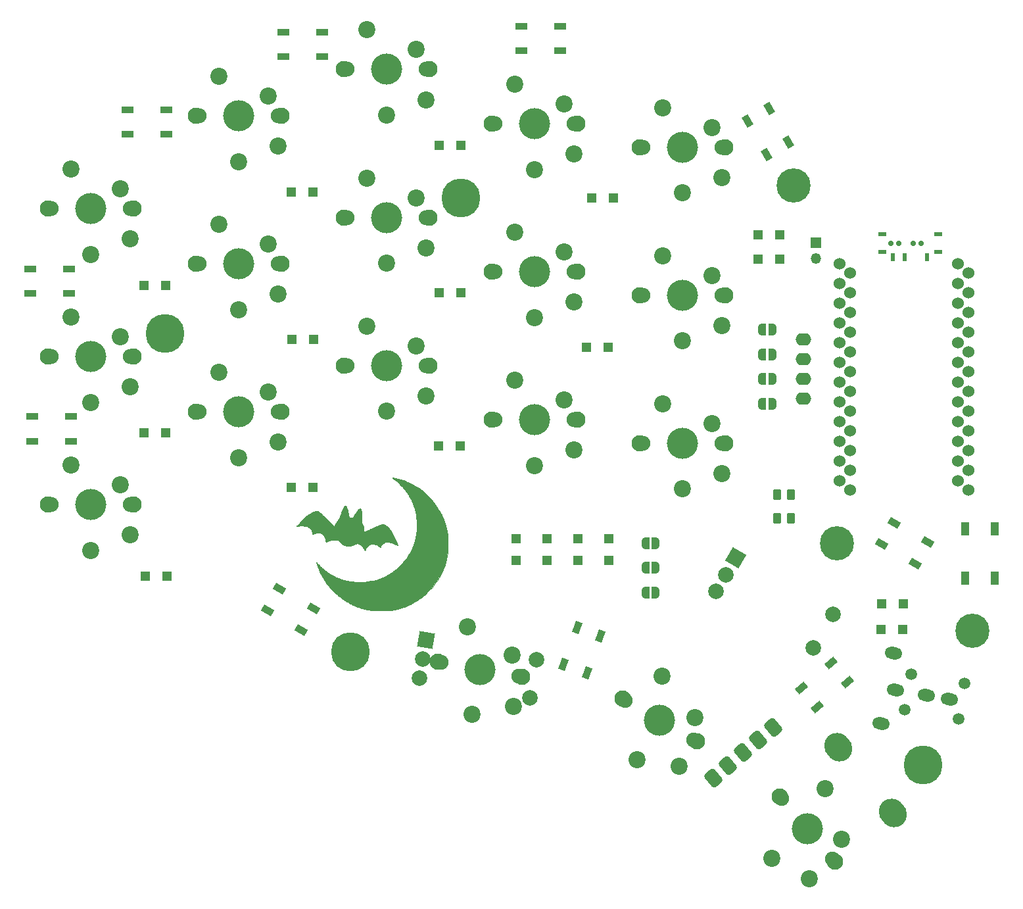
<source format=gbr>
G04 #@! TF.GenerationSoftware,KiCad,Pcbnew,(6.0.4-0)*
G04 #@! TF.CreationDate,2022-05-15T19:59:01-07:00*
G04 #@! TF.ProjectId,split_3x,73706c69-745f-4337-982e-6b696361645f,rev?*
G04 #@! TF.SameCoordinates,Original*
G04 #@! TF.FileFunction,Soldermask,Top*
G04 #@! TF.FilePolarity,Negative*
%FSLAX46Y46*%
G04 Gerber Fmt 4.6, Leading zero omitted, Abs format (unit mm)*
G04 Created by KiCad (PCBNEW (6.0.4-0)) date 2022-05-15 19:59:01*
%MOMM*%
%LPD*%
G01*
G04 APERTURE LIST*
G04 Aperture macros list*
%AMRoundRect*
0 Rectangle with rounded corners*
0 $1 Rounding radius*
0 $2 $3 $4 $5 $6 $7 $8 $9 X,Y pos of 4 corners*
0 Add a 4 corners polygon primitive as box body*
4,1,4,$2,$3,$4,$5,$6,$7,$8,$9,$2,$3,0*
0 Add four circle primitives for the rounded corners*
1,1,$1+$1,$2,$3*
1,1,$1+$1,$4,$5*
1,1,$1+$1,$6,$7*
1,1,$1+$1,$8,$9*
0 Add four rect primitives between the rounded corners*
20,1,$1+$1,$2,$3,$4,$5,0*
20,1,$1+$1,$4,$5,$6,$7,0*
20,1,$1+$1,$6,$7,$8,$9,0*
20,1,$1+$1,$8,$9,$2,$3,0*%
%AMHorizOval*
0 Thick line with rounded ends*
0 $1 width*
0 $2 $3 position (X,Y) of the first rounded end (center of the circle)*
0 $4 $5 position (X,Y) of the second rounded end (center of the circle)*
0 Add line between two ends*
20,1,$1,$2,$3,$4,$5,0*
0 Add two circle primitives to create the rounded ends*
1,1,$1,$2,$3*
1,1,$1,$4,$5*%
%AMRotRect*
0 Rectangle, with rotation*
0 The origin of the aperture is its center*
0 $1 length*
0 $2 width*
0 $3 Rotation angle, in degrees counterclockwise*
0 Add horizontal line*
21,1,$1,$2,0,0,$3*%
%AMFreePoly0*
4,1,22,0.500000,-0.750000,0.000000,-0.750000,0.000000,-0.745033,-0.079941,-0.743568,-0.215256,-0.701293,-0.333266,-0.622738,-0.424486,-0.514219,-0.481581,-0.384460,-0.499164,-0.250000,-0.500000,-0.250000,-0.500000,0.250000,-0.499164,0.250000,-0.499963,0.256109,-0.478152,0.396186,-0.417904,0.524511,-0.324060,0.630769,-0.204165,0.706417,-0.067858,0.745374,0.000000,0.744959,0.000000,0.750000,
0.500000,0.750000,0.500000,-0.750000,0.500000,-0.750000,$1*%
%AMFreePoly1*
4,1,20,0.000000,0.744959,0.073905,0.744508,0.209726,0.703889,0.328688,0.626782,0.421226,0.519385,0.479903,0.390333,0.500000,0.250000,0.500000,-0.250000,0.499851,-0.262216,0.476331,-0.402017,0.414519,-0.529596,0.319384,-0.634700,0.198574,-0.708877,0.061801,-0.746166,0.000000,-0.745033,0.000000,-0.750000,-0.500000,-0.750000,-0.500000,0.750000,0.000000,0.750000,0.000000,0.744959,
0.000000,0.744959,$1*%
G04 Aperture macros list end*
%ADD10C,0.010000*%
%ADD11O,2.000000X1.600000*%
%ADD12R,1.200000X1.200000*%
%ADD13FreePoly0,0.000000*%
%ADD14FreePoly1,0.000000*%
%ADD15C,2.100000*%
%ADD16C,1.900000*%
%ADD17C,4.000000*%
%ADD18C,2.200000*%
%ADD19RoundRect,0.249998X0.262502X0.450002X-0.262502X0.450002X-0.262502X-0.450002X0.262502X-0.450002X0*%
%ADD20R,1.000000X1.700000*%
%ADD21C,1.524000*%
%ADD22C,0.700000*%
%ADD23C,4.400000*%
%ADD24RotRect,2.000000X2.000000X330.000000*%
%ADD25C,2.000000*%
%ADD26RotRect,2.000000X2.000000X350.000000*%
%ADD27C,5.000000*%
%ADD28C,1.500000*%
%ADD29HorizOval,1.600000X-0.295442X0.052094X0.295442X-0.052094X0*%
%ADD30RotRect,0.899160X1.501140X310.000000*%
%ADD31RotRect,0.899160X1.501140X340.000000*%
%ADD32RotRect,0.899160X1.501140X60.000000*%
%ADD33R,1.501140X0.899160*%
%ADD34RotRect,0.899160X1.501140X210.000000*%
%ADD35R,1.350000X1.350000*%
%ADD36O,1.350000X1.350000*%
%ADD37R,1.000000X0.600000*%
%ADD38R,1.100000X0.600000*%
%ADD39R,0.600000X1.000000*%
%ADD40RoundRect,0.425000X0.759451X-0.243895X-0.108313X0.790265X-0.759451X0.243895X0.108313X-0.790265X0*%
%ADD41RoundRect,0.425000X0.108313X-0.790265X0.759451X-0.243895X-0.108313X0.790265X-0.759451X0.243895X0*%
%ADD42HorizOval,3.300000X-0.160697X0.191511X0.160697X-0.191511X0*%
G04 APERTURE END LIST*
G04 #@! TO.C,G\u002A\u002A\u002A*
G36*
X126179168Y-104279006D02*
G01*
X126197925Y-104280985D01*
X126245178Y-104288092D01*
X126305915Y-104299153D01*
X126368948Y-104312092D01*
X126385250Y-104315716D01*
X126441962Y-104328560D01*
X126494512Y-104340432D01*
X126534218Y-104349372D01*
X126544000Y-104351563D01*
X126637689Y-104373613D01*
X126748896Y-104401662D01*
X126870941Y-104433979D01*
X126997149Y-104468830D01*
X127007550Y-104471768D01*
X127063880Y-104487648D01*
X127116162Y-104502284D01*
X127155893Y-104513301D01*
X127166300Y-104516143D01*
X127291351Y-104552407D01*
X127433264Y-104597667D01*
X127586096Y-104649742D01*
X127743900Y-104706450D01*
X127900731Y-104765610D01*
X128050644Y-104825038D01*
X128187694Y-104882555D01*
X128290250Y-104928599D01*
X128686653Y-105124918D01*
X129064407Y-105335405D01*
X129426138Y-105561904D01*
X129774472Y-105806259D01*
X130112037Y-106070313D01*
X130441459Y-106355909D01*
X130765367Y-106664890D01*
X130766750Y-106666270D01*
X130835945Y-106735676D01*
X130902086Y-106802657D01*
X130962179Y-106864134D01*
X131013231Y-106917025D01*
X131052246Y-106958247D01*
X131076230Y-106984722D01*
X131076397Y-106984917D01*
X131114376Y-107028781D01*
X131154187Y-107073857D01*
X131178527Y-107100850D01*
X131229117Y-107158063D01*
X131291107Y-107231240D01*
X131360847Y-107315882D01*
X131434692Y-107407489D01*
X131508992Y-107501561D01*
X131580102Y-107593598D01*
X131610944Y-107634289D01*
X131872959Y-108002126D01*
X132114563Y-108382647D01*
X132337486Y-108778651D01*
X132437884Y-108974100D01*
X132477208Y-109053650D01*
X132513804Y-109128935D01*
X132546074Y-109196550D01*
X132572418Y-109253092D01*
X132591237Y-109295155D01*
X132600933Y-109319335D01*
X132601900Y-109323320D01*
X132606720Y-109336965D01*
X132619292Y-109366918D01*
X132634964Y-109402377D01*
X132658111Y-109453903D01*
X132675113Y-109492495D01*
X132689688Y-109526985D01*
X132705555Y-109566202D01*
X132726433Y-109618976D01*
X132730046Y-109628150D01*
X132750357Y-109680988D01*
X132774729Y-109746353D01*
X132801364Y-109819200D01*
X132828462Y-109894485D01*
X132854223Y-109967163D01*
X132876849Y-110032190D01*
X132894540Y-110084521D01*
X132905496Y-110119111D01*
X132906718Y-110123450D01*
X132915275Y-110153030D01*
X132929049Y-110198513D01*
X132945518Y-110251608D01*
X132951150Y-110269500D01*
X132975644Y-110348058D01*
X132994179Y-110410315D01*
X133008991Y-110464013D01*
X133020835Y-110510800D01*
X133030780Y-110549065D01*
X133044197Y-110597681D01*
X133052060Y-110625100D01*
X133066774Y-110678785D01*
X133080838Y-110735230D01*
X133086100Y-110758450D01*
X133096441Y-110806189D01*
X133106447Y-110851874D01*
X133109664Y-110866400D01*
X133133611Y-110976573D01*
X133155099Y-111080688D01*
X133172899Y-111172594D01*
X133185777Y-111246140D01*
X133185979Y-111247400D01*
X133195355Y-111304983D01*
X133205034Y-111362735D01*
X133212569Y-111406150D01*
X133233600Y-111541938D01*
X133252281Y-111699727D01*
X133268400Y-111876204D01*
X133281742Y-112068061D01*
X133292094Y-112271986D01*
X133299243Y-112484668D01*
X133302975Y-112702798D01*
X133303494Y-112815850D01*
X133299603Y-113141250D01*
X133287600Y-113445723D01*
X133267264Y-113732484D01*
X133238371Y-114004752D01*
X133205158Y-114238250D01*
X133194992Y-114301765D01*
X133184915Y-114364703D01*
X133176519Y-114417119D01*
X133173637Y-114435100D01*
X133166473Y-114475387D01*
X133155368Y-114532678D01*
X133141872Y-114599176D01*
X133128261Y-114663700D01*
X133114332Y-114728474D01*
X133101513Y-114788227D01*
X133091209Y-114836408D01*
X133084822Y-114866464D01*
X133084730Y-114866900D01*
X133052689Y-115003759D01*
X133010755Y-115158653D01*
X132960503Y-115326951D01*
X132903505Y-115504023D01*
X132841337Y-115685239D01*
X132775571Y-115865969D01*
X132707782Y-116041582D01*
X132639543Y-116207449D01*
X132592712Y-116314475D01*
X132567510Y-116369075D01*
X132534864Y-116437761D01*
X132497064Y-116515905D01*
X132456406Y-116598881D01*
X132415182Y-116682059D01*
X132375686Y-116760814D01*
X132340212Y-116830518D01*
X132311051Y-116886542D01*
X132290499Y-116924261D01*
X132290477Y-116924300D01*
X132261499Y-116975007D01*
X132232351Y-117026244D01*
X132210991Y-117064000D01*
X132074951Y-117293616D01*
X131921037Y-117531916D01*
X131752823Y-117773979D01*
X131573885Y-118014884D01*
X131387798Y-118249710D01*
X131198139Y-118473538D01*
X131135916Y-118543550D01*
X131082265Y-118601761D01*
X131014262Y-118673380D01*
X130935968Y-118754313D01*
X130851441Y-118840468D01*
X130764740Y-118927753D01*
X130679926Y-119012077D01*
X130601056Y-119089346D01*
X130532190Y-119155469D01*
X130488162Y-119196555D01*
X130367723Y-119303622D01*
X130231002Y-119419596D01*
X130083405Y-119540161D01*
X129930336Y-119661001D01*
X129777201Y-119777799D01*
X129629404Y-119886240D01*
X129584540Y-119918173D01*
X129542442Y-119947242D01*
X129488431Y-119983557D01*
X129425901Y-120024939D01*
X129358244Y-120069206D01*
X129288852Y-120114177D01*
X129221117Y-120157672D01*
X129158433Y-120197510D01*
X129104191Y-120231509D01*
X129061783Y-120257490D01*
X129034603Y-120273270D01*
X129026238Y-120277100D01*
X129012766Y-120283302D01*
X128985534Y-120299073D01*
X128968183Y-120309807D01*
X128892474Y-120355440D01*
X128798343Y-120408670D01*
X128690626Y-120466879D01*
X128574155Y-120527448D01*
X128468050Y-120580725D01*
X128396258Y-120615879D01*
X128323973Y-120650775D01*
X128254968Y-120683646D01*
X128193014Y-120712724D01*
X128141883Y-120736242D01*
X128105348Y-120752431D01*
X128087179Y-120759525D01*
X128086159Y-120759700D01*
X128072201Y-120764510D01*
X128043398Y-120776700D01*
X128026586Y-120784234D01*
X127930837Y-120825589D01*
X127815948Y-120871477D01*
X127687345Y-120919982D01*
X127550456Y-120969188D01*
X127410708Y-121017179D01*
X127273529Y-121062039D01*
X127144344Y-121101851D01*
X127052000Y-121128339D01*
X126839134Y-121185058D01*
X126644194Y-121232939D01*
X126461766Y-121273170D01*
X126286441Y-121306942D01*
X126112806Y-121335446D01*
X126105850Y-121336489D01*
X126060803Y-121343068D01*
X126016603Y-121349129D01*
X125969340Y-121355120D01*
X125915104Y-121361490D01*
X125849985Y-121368689D01*
X125770073Y-121377165D01*
X125671458Y-121387367D01*
X125591500Y-121395543D01*
X125554649Y-121398048D01*
X125495459Y-121400512D01*
X125416989Y-121402902D01*
X125322301Y-121405183D01*
X125214455Y-121407322D01*
X125096510Y-121409282D01*
X124971527Y-121411032D01*
X124842567Y-121412536D01*
X124712691Y-121413760D01*
X124584957Y-121414669D01*
X124462428Y-121415231D01*
X124348162Y-121415410D01*
X124245222Y-121415172D01*
X124156666Y-121414484D01*
X124085555Y-121413310D01*
X124061150Y-121412649D01*
X123934917Y-121406692D01*
X123791855Y-121396606D01*
X123638810Y-121383110D01*
X123482630Y-121366922D01*
X123330163Y-121348760D01*
X123188255Y-121329344D01*
X123063756Y-121309392D01*
X123045150Y-121306059D01*
X122961185Y-121290081D01*
X122867494Y-121271127D01*
X122768915Y-121250282D01*
X122670282Y-121228629D01*
X122576433Y-121207254D01*
X122492204Y-121187241D01*
X122422432Y-121169675D01*
X122371952Y-121155640D01*
X122365700Y-121153703D01*
X122333523Y-121144046D01*
X122291235Y-121131990D01*
X122276800Y-121128000D01*
X122234372Y-121116053D01*
X122197040Y-121105004D01*
X122187900Y-121102143D01*
X122158515Y-121093118D01*
X122115429Y-121080361D01*
X122079950Y-121070081D01*
X121951490Y-121030972D01*
X121811573Y-120984416D01*
X121671506Y-120934228D01*
X121622750Y-120915824D01*
X121572864Y-120896645D01*
X121538771Y-120883287D01*
X121512522Y-120872548D01*
X121486167Y-120861228D01*
X121474780Y-120856244D01*
X121443532Y-120843313D01*
X121423149Y-120836310D01*
X121420667Y-120835900D01*
X121405398Y-120831127D01*
X121375651Y-120819046D01*
X121359086Y-120811789D01*
X121315507Y-120792561D01*
X121263575Y-120770038D01*
X121235400Y-120757979D01*
X121153115Y-120721215D01*
X121053967Y-120674041D01*
X120942607Y-120618907D01*
X120823685Y-120558261D01*
X120701853Y-120494554D01*
X120581762Y-120430233D01*
X120468062Y-120367748D01*
X120365403Y-120309548D01*
X120278438Y-120258083D01*
X120236578Y-120232001D01*
X120200296Y-120209390D01*
X120173124Y-120193571D01*
X120161629Y-120188200D01*
X120148456Y-120181296D01*
X120117534Y-120161974D01*
X120071969Y-120132321D01*
X120014863Y-120094420D01*
X119949322Y-120050358D01*
X119878448Y-120002220D01*
X119805347Y-119952091D01*
X119733123Y-119902056D01*
X119673300Y-119860144D01*
X119606914Y-119812566D01*
X119531750Y-119757404D01*
X119451907Y-119697789D01*
X119371486Y-119636856D01*
X119294586Y-119577736D01*
X119225308Y-119523563D01*
X119167752Y-119477468D01*
X119126018Y-119442584D01*
X119120938Y-119438124D01*
X119097258Y-119417540D01*
X119058941Y-119384703D01*
X119010787Y-119343711D01*
X118957598Y-119298658D01*
X118943050Y-119286374D01*
X118879724Y-119230739D01*
X118802584Y-119159397D01*
X118714783Y-119075541D01*
X118619474Y-118982365D01*
X118519812Y-118883060D01*
X118418951Y-118780821D01*
X118320045Y-118678840D01*
X118226247Y-118580310D01*
X118140712Y-118488424D01*
X118066593Y-118406375D01*
X118014878Y-118346700D01*
X117818008Y-118105730D01*
X117641443Y-117873591D01*
X117482982Y-117647339D01*
X117415321Y-117544050D01*
X117182698Y-117158760D01*
X116968577Y-116757762D01*
X116772284Y-116339745D01*
X116667746Y-116092450D01*
X116633720Y-116008745D01*
X116607917Y-115945289D01*
X116588994Y-115898803D01*
X116575606Y-115866004D01*
X116566411Y-115843612D01*
X116560066Y-115828347D01*
X116555227Y-115816928D01*
X116550551Y-115806073D01*
X116549450Y-115803525D01*
X116526616Y-115747630D01*
X116498447Y-115673955D01*
X116467275Y-115588931D01*
X116435436Y-115498991D01*
X116405262Y-115410569D01*
X116389392Y-115362353D01*
X116369390Y-115295390D01*
X116360061Y-115250729D01*
X116361311Y-115227669D01*
X116370883Y-115224616D01*
X116382777Y-115234310D01*
X116410295Y-115259599D01*
X116451035Y-115298185D01*
X116502595Y-115347770D01*
X116562572Y-115406055D01*
X116628563Y-115470742D01*
X116640856Y-115482850D01*
X116749516Y-115589705D01*
X116842746Y-115680793D01*
X116922970Y-115758411D01*
X116992609Y-115824861D01*
X117054089Y-115882439D01*
X117109832Y-115933447D01*
X117162261Y-115980182D01*
X117196672Y-116010188D01*
X117240496Y-116048212D01*
X117279566Y-116082335D01*
X117308186Y-116107570D01*
X117317322Y-116115777D01*
X117338026Y-116133224D01*
X117374760Y-116162760D01*
X117423320Y-116201121D01*
X117479501Y-116245042D01*
X117539097Y-116291261D01*
X117597905Y-116336513D01*
X117651719Y-116377534D01*
X117696335Y-116411060D01*
X117721466Y-116429492D01*
X117761799Y-116458857D01*
X117799237Y-116486697D01*
X117816716Y-116500042D01*
X117837980Y-116515081D01*
X117876734Y-116541025D01*
X117928975Y-116575252D01*
X117990697Y-116615138D01*
X118057893Y-116658058D01*
X118060400Y-116659649D01*
X118139567Y-116709793D01*
X118202703Y-116749439D01*
X118255147Y-116781822D01*
X118302235Y-116810175D01*
X118349306Y-116837732D01*
X118401697Y-116867727D01*
X118435050Y-116886625D01*
X118502858Y-116923386D01*
X118587662Y-116966958D01*
X118683067Y-117014253D01*
X118782675Y-117062182D01*
X118880093Y-117107656D01*
X118968923Y-117147586D01*
X119025600Y-117171844D01*
X119073684Y-117191852D01*
X119117846Y-117210299D01*
X119146250Y-117222235D01*
X119258944Y-117267518D01*
X119387373Y-117314518D01*
X119535974Y-117364854D01*
X119546300Y-117368235D01*
X119646460Y-117400339D01*
X119740802Y-117429379D01*
X119824706Y-117453998D01*
X119893552Y-117472837D01*
X119940000Y-117483977D01*
X119973152Y-117491446D01*
X120021845Y-117503035D01*
X120077013Y-117516577D01*
X120092400Y-117520427D01*
X120178344Y-117541727D01*
X120245326Y-117557569D01*
X120298882Y-117569211D01*
X120344544Y-117577913D01*
X120346400Y-117578238D01*
X120377724Y-117583703D01*
X120426393Y-117592195D01*
X120484728Y-117602374D01*
X120524200Y-117609263D01*
X120574152Y-117617828D01*
X120621082Y-117625455D01*
X120669642Y-117632795D01*
X120724482Y-117640502D01*
X120790253Y-117649226D01*
X120871607Y-117659620D01*
X120973196Y-117672336D01*
X120981400Y-117673357D01*
X121026936Y-117678253D01*
X121092191Y-117684224D01*
X121171529Y-117690810D01*
X121259316Y-117697546D01*
X121349915Y-117703971D01*
X121374117Y-117705591D01*
X121767930Y-117722077D01*
X122162662Y-117719943D01*
X122555279Y-117699542D01*
X122942749Y-117661229D01*
X123322038Y-117605358D01*
X123690115Y-117532282D01*
X124043945Y-117442354D01*
X124296100Y-117364743D01*
X124417302Y-117323923D01*
X124516209Y-117289452D01*
X124594911Y-117260577D01*
X124655502Y-117236547D01*
X124670750Y-117230044D01*
X124699208Y-117217617D01*
X124736263Y-117201389D01*
X124742519Y-117198644D01*
X124773621Y-117185725D01*
X124793714Y-117178716D01*
X124796117Y-117178300D01*
X124807810Y-117174668D01*
X124835575Y-117163252D01*
X124881203Y-117143270D01*
X124946485Y-117113940D01*
X125020000Y-117080511D01*
X125077111Y-117053593D01*
X125148490Y-117018677D01*
X125227759Y-116979010D01*
X125308543Y-116937835D01*
X125384467Y-116898398D01*
X125449156Y-116863943D01*
X125489900Y-116841365D01*
X125540456Y-116812503D01*
X125591371Y-116783505D01*
X125628823Y-116762236D01*
X125673631Y-116735802D01*
X125731026Y-116700350D01*
X125797669Y-116658097D01*
X125870219Y-116611263D01*
X125945338Y-116562068D01*
X126019685Y-116512731D01*
X126089921Y-116465470D01*
X126152706Y-116422504D01*
X126204700Y-116386053D01*
X126242564Y-116358336D01*
X126262959Y-116341572D01*
X126264600Y-116339788D01*
X126277590Y-116328555D01*
X126307111Y-116305277D01*
X126349235Y-116272964D01*
X126400038Y-116234628D01*
X126454555Y-116194050D01*
X126468996Y-116183177D01*
X126485445Y-116170241D01*
X126506960Y-116152700D01*
X126536598Y-116128016D01*
X126577417Y-116093648D01*
X126632475Y-116047056D01*
X126678766Y-116007809D01*
X126967268Y-115749530D01*
X127245889Y-115473082D01*
X127512419Y-115181268D01*
X127764644Y-114876892D01*
X128000353Y-114562757D01*
X128217334Y-114241666D01*
X128413376Y-113916425D01*
X128585914Y-113590550D01*
X128612459Y-113535974D01*
X128639937Y-113478395D01*
X128666128Y-113422597D01*
X128688816Y-113373364D01*
X128705783Y-113335480D01*
X128714809Y-113313731D01*
X128715700Y-113310598D01*
X128720536Y-113297253D01*
X128733056Y-113267911D01*
X128746214Y-113238501D01*
X128765308Y-113194214D01*
X128788618Y-113136808D01*
X128811788Y-113077071D01*
X128816876Y-113063500D01*
X128836498Y-113011165D01*
X128854240Y-112964589D01*
X128867203Y-112931362D01*
X128870279Y-112923800D01*
X128881707Y-112893342D01*
X128898672Y-112844312D01*
X128919318Y-112782437D01*
X128941790Y-112713446D01*
X128964232Y-112643065D01*
X128984788Y-112577023D01*
X129001603Y-112521048D01*
X129008105Y-112498350D01*
X129022927Y-112444298D01*
X129040046Y-112380373D01*
X129057723Y-112313241D01*
X129074217Y-112249568D01*
X129087791Y-112196021D01*
X129096703Y-112159267D01*
X129097568Y-112155450D01*
X129106314Y-112116219D01*
X129117951Y-112064138D01*
X129128780Y-112015750D01*
X129160718Y-111863792D01*
X129183930Y-111732314D01*
X129185260Y-111723650D01*
X129213658Y-111531608D01*
X129237278Y-111360165D01*
X129256492Y-111205046D01*
X129271671Y-111061976D01*
X129283186Y-110926681D01*
X129291410Y-110794887D01*
X129296714Y-110662319D01*
X129299470Y-110524703D01*
X129300088Y-110402850D01*
X129298223Y-110207616D01*
X129292471Y-110027151D01*
X129282259Y-109853037D01*
X129267014Y-109676859D01*
X129246164Y-109490198D01*
X129228776Y-109355100D01*
X129218291Y-109278854D01*
X129208639Y-109213677D01*
X129198309Y-109150222D01*
X129185790Y-109079143D01*
X129172318Y-109005850D01*
X129097685Y-108656881D01*
X129003384Y-108304047D01*
X128891596Y-107954252D01*
X128764501Y-107614397D01*
X128644832Y-107335800D01*
X128611429Y-107264619D01*
X128572453Y-107184450D01*
X128529995Y-107099319D01*
X128486147Y-107013254D01*
X128443002Y-106930282D01*
X128402653Y-106854430D01*
X128367190Y-106789726D01*
X128338708Y-106740196D01*
X128320500Y-106711539D01*
X128304006Y-106686133D01*
X128296627Y-106670535D01*
X128296600Y-106670125D01*
X128289846Y-106655402D01*
X128270834Y-106622546D01*
X128241433Y-106574533D01*
X128203515Y-106514335D01*
X128158949Y-106444928D01*
X128109608Y-106369286D01*
X128064272Y-106300750D01*
X127927681Y-106103480D01*
X127778837Y-105903990D01*
X127613410Y-105696490D01*
X127604490Y-105685636D01*
X127416888Y-105468506D01*
X127209101Y-105247781D01*
X126985225Y-105027323D01*
X126749353Y-104810996D01*
X126505582Y-104602666D01*
X126258005Y-104406196D01*
X126210638Y-104370350D01*
X126161082Y-104331116D01*
X126133319Y-104303509D01*
X126127188Y-104286383D01*
X126142525Y-104278597D01*
X126179168Y-104279006D01*
G37*
D10*
X126179168Y-104279006D02*
X126197925Y-104280985D01*
X126245178Y-104288092D01*
X126305915Y-104299153D01*
X126368948Y-104312092D01*
X126385250Y-104315716D01*
X126441962Y-104328560D01*
X126494512Y-104340432D01*
X126534218Y-104349372D01*
X126544000Y-104351563D01*
X126637689Y-104373613D01*
X126748896Y-104401662D01*
X126870941Y-104433979D01*
X126997149Y-104468830D01*
X127007550Y-104471768D01*
X127063880Y-104487648D01*
X127116162Y-104502284D01*
X127155893Y-104513301D01*
X127166300Y-104516143D01*
X127291351Y-104552407D01*
X127433264Y-104597667D01*
X127586096Y-104649742D01*
X127743900Y-104706450D01*
X127900731Y-104765610D01*
X128050644Y-104825038D01*
X128187694Y-104882555D01*
X128290250Y-104928599D01*
X128686653Y-105124918D01*
X129064407Y-105335405D01*
X129426138Y-105561904D01*
X129774472Y-105806259D01*
X130112037Y-106070313D01*
X130441459Y-106355909D01*
X130765367Y-106664890D01*
X130766750Y-106666270D01*
X130835945Y-106735676D01*
X130902086Y-106802657D01*
X130962179Y-106864134D01*
X131013231Y-106917025D01*
X131052246Y-106958247D01*
X131076230Y-106984722D01*
X131076397Y-106984917D01*
X131114376Y-107028781D01*
X131154187Y-107073857D01*
X131178527Y-107100850D01*
X131229117Y-107158063D01*
X131291107Y-107231240D01*
X131360847Y-107315882D01*
X131434692Y-107407489D01*
X131508992Y-107501561D01*
X131580102Y-107593598D01*
X131610944Y-107634289D01*
X131872959Y-108002126D01*
X132114563Y-108382647D01*
X132337486Y-108778651D01*
X132437884Y-108974100D01*
X132477208Y-109053650D01*
X132513804Y-109128935D01*
X132546074Y-109196550D01*
X132572418Y-109253092D01*
X132591237Y-109295155D01*
X132600933Y-109319335D01*
X132601900Y-109323320D01*
X132606720Y-109336965D01*
X132619292Y-109366918D01*
X132634964Y-109402377D01*
X132658111Y-109453903D01*
X132675113Y-109492495D01*
X132689688Y-109526985D01*
X132705555Y-109566202D01*
X132726433Y-109618976D01*
X132730046Y-109628150D01*
X132750357Y-109680988D01*
X132774729Y-109746353D01*
X132801364Y-109819200D01*
X132828462Y-109894485D01*
X132854223Y-109967163D01*
X132876849Y-110032190D01*
X132894540Y-110084521D01*
X132905496Y-110119111D01*
X132906718Y-110123450D01*
X132915275Y-110153030D01*
X132929049Y-110198513D01*
X132945518Y-110251608D01*
X132951150Y-110269500D01*
X132975644Y-110348058D01*
X132994179Y-110410315D01*
X133008991Y-110464013D01*
X133020835Y-110510800D01*
X133030780Y-110549065D01*
X133044197Y-110597681D01*
X133052060Y-110625100D01*
X133066774Y-110678785D01*
X133080838Y-110735230D01*
X133086100Y-110758450D01*
X133096441Y-110806189D01*
X133106447Y-110851874D01*
X133109664Y-110866400D01*
X133133611Y-110976573D01*
X133155099Y-111080688D01*
X133172899Y-111172594D01*
X133185777Y-111246140D01*
X133185979Y-111247400D01*
X133195355Y-111304983D01*
X133205034Y-111362735D01*
X133212569Y-111406150D01*
X133233600Y-111541938D01*
X133252281Y-111699727D01*
X133268400Y-111876204D01*
X133281742Y-112068061D01*
X133292094Y-112271986D01*
X133299243Y-112484668D01*
X133302975Y-112702798D01*
X133303494Y-112815850D01*
X133299603Y-113141250D01*
X133287600Y-113445723D01*
X133267264Y-113732484D01*
X133238371Y-114004752D01*
X133205158Y-114238250D01*
X133194992Y-114301765D01*
X133184915Y-114364703D01*
X133176519Y-114417119D01*
X133173637Y-114435100D01*
X133166473Y-114475387D01*
X133155368Y-114532678D01*
X133141872Y-114599176D01*
X133128261Y-114663700D01*
X133114332Y-114728474D01*
X133101513Y-114788227D01*
X133091209Y-114836408D01*
X133084822Y-114866464D01*
X133084730Y-114866900D01*
X133052689Y-115003759D01*
X133010755Y-115158653D01*
X132960503Y-115326951D01*
X132903505Y-115504023D01*
X132841337Y-115685239D01*
X132775571Y-115865969D01*
X132707782Y-116041582D01*
X132639543Y-116207449D01*
X132592712Y-116314475D01*
X132567510Y-116369075D01*
X132534864Y-116437761D01*
X132497064Y-116515905D01*
X132456406Y-116598881D01*
X132415182Y-116682059D01*
X132375686Y-116760814D01*
X132340212Y-116830518D01*
X132311051Y-116886542D01*
X132290499Y-116924261D01*
X132290477Y-116924300D01*
X132261499Y-116975007D01*
X132232351Y-117026244D01*
X132210991Y-117064000D01*
X132074951Y-117293616D01*
X131921037Y-117531916D01*
X131752823Y-117773979D01*
X131573885Y-118014884D01*
X131387798Y-118249710D01*
X131198139Y-118473538D01*
X131135916Y-118543550D01*
X131082265Y-118601761D01*
X131014262Y-118673380D01*
X130935968Y-118754313D01*
X130851441Y-118840468D01*
X130764740Y-118927753D01*
X130679926Y-119012077D01*
X130601056Y-119089346D01*
X130532190Y-119155469D01*
X130488162Y-119196555D01*
X130367723Y-119303622D01*
X130231002Y-119419596D01*
X130083405Y-119540161D01*
X129930336Y-119661001D01*
X129777201Y-119777799D01*
X129629404Y-119886240D01*
X129584540Y-119918173D01*
X129542442Y-119947242D01*
X129488431Y-119983557D01*
X129425901Y-120024939D01*
X129358244Y-120069206D01*
X129288852Y-120114177D01*
X129221117Y-120157672D01*
X129158433Y-120197510D01*
X129104191Y-120231509D01*
X129061783Y-120257490D01*
X129034603Y-120273270D01*
X129026238Y-120277100D01*
X129012766Y-120283302D01*
X128985534Y-120299073D01*
X128968183Y-120309807D01*
X128892474Y-120355440D01*
X128798343Y-120408670D01*
X128690626Y-120466879D01*
X128574155Y-120527448D01*
X128468050Y-120580725D01*
X128396258Y-120615879D01*
X128323973Y-120650775D01*
X128254968Y-120683646D01*
X128193014Y-120712724D01*
X128141883Y-120736242D01*
X128105348Y-120752431D01*
X128087179Y-120759525D01*
X128086159Y-120759700D01*
X128072201Y-120764510D01*
X128043398Y-120776700D01*
X128026586Y-120784234D01*
X127930837Y-120825589D01*
X127815948Y-120871477D01*
X127687345Y-120919982D01*
X127550456Y-120969188D01*
X127410708Y-121017179D01*
X127273529Y-121062039D01*
X127144344Y-121101851D01*
X127052000Y-121128339D01*
X126839134Y-121185058D01*
X126644194Y-121232939D01*
X126461766Y-121273170D01*
X126286441Y-121306942D01*
X126112806Y-121335446D01*
X126105850Y-121336489D01*
X126060803Y-121343068D01*
X126016603Y-121349129D01*
X125969340Y-121355120D01*
X125915104Y-121361490D01*
X125849985Y-121368689D01*
X125770073Y-121377165D01*
X125671458Y-121387367D01*
X125591500Y-121395543D01*
X125554649Y-121398048D01*
X125495459Y-121400512D01*
X125416989Y-121402902D01*
X125322301Y-121405183D01*
X125214455Y-121407322D01*
X125096510Y-121409282D01*
X124971527Y-121411032D01*
X124842567Y-121412536D01*
X124712691Y-121413760D01*
X124584957Y-121414669D01*
X124462428Y-121415231D01*
X124348162Y-121415410D01*
X124245222Y-121415172D01*
X124156666Y-121414484D01*
X124085555Y-121413310D01*
X124061150Y-121412649D01*
X123934917Y-121406692D01*
X123791855Y-121396606D01*
X123638810Y-121383110D01*
X123482630Y-121366922D01*
X123330163Y-121348760D01*
X123188255Y-121329344D01*
X123063756Y-121309392D01*
X123045150Y-121306059D01*
X122961185Y-121290081D01*
X122867494Y-121271127D01*
X122768915Y-121250282D01*
X122670282Y-121228629D01*
X122576433Y-121207254D01*
X122492204Y-121187241D01*
X122422432Y-121169675D01*
X122371952Y-121155640D01*
X122365700Y-121153703D01*
X122333523Y-121144046D01*
X122291235Y-121131990D01*
X122276800Y-121128000D01*
X122234372Y-121116053D01*
X122197040Y-121105004D01*
X122187900Y-121102143D01*
X122158515Y-121093118D01*
X122115429Y-121080361D01*
X122079950Y-121070081D01*
X121951490Y-121030972D01*
X121811573Y-120984416D01*
X121671506Y-120934228D01*
X121622750Y-120915824D01*
X121572864Y-120896645D01*
X121538771Y-120883287D01*
X121512522Y-120872548D01*
X121486167Y-120861228D01*
X121474780Y-120856244D01*
X121443532Y-120843313D01*
X121423149Y-120836310D01*
X121420667Y-120835900D01*
X121405398Y-120831127D01*
X121375651Y-120819046D01*
X121359086Y-120811789D01*
X121315507Y-120792561D01*
X121263575Y-120770038D01*
X121235400Y-120757979D01*
X121153115Y-120721215D01*
X121053967Y-120674041D01*
X120942607Y-120618907D01*
X120823685Y-120558261D01*
X120701853Y-120494554D01*
X120581762Y-120430233D01*
X120468062Y-120367748D01*
X120365403Y-120309548D01*
X120278438Y-120258083D01*
X120236578Y-120232001D01*
X120200296Y-120209390D01*
X120173124Y-120193571D01*
X120161629Y-120188200D01*
X120148456Y-120181296D01*
X120117534Y-120161974D01*
X120071969Y-120132321D01*
X120014863Y-120094420D01*
X119949322Y-120050358D01*
X119878448Y-120002220D01*
X119805347Y-119952091D01*
X119733123Y-119902056D01*
X119673300Y-119860144D01*
X119606914Y-119812566D01*
X119531750Y-119757404D01*
X119451907Y-119697789D01*
X119371486Y-119636856D01*
X119294586Y-119577736D01*
X119225308Y-119523563D01*
X119167752Y-119477468D01*
X119126018Y-119442584D01*
X119120938Y-119438124D01*
X119097258Y-119417540D01*
X119058941Y-119384703D01*
X119010787Y-119343711D01*
X118957598Y-119298658D01*
X118943050Y-119286374D01*
X118879724Y-119230739D01*
X118802584Y-119159397D01*
X118714783Y-119075541D01*
X118619474Y-118982365D01*
X118519812Y-118883060D01*
X118418951Y-118780821D01*
X118320045Y-118678840D01*
X118226247Y-118580310D01*
X118140712Y-118488424D01*
X118066593Y-118406375D01*
X118014878Y-118346700D01*
X117818008Y-118105730D01*
X117641443Y-117873591D01*
X117482982Y-117647339D01*
X117415321Y-117544050D01*
X117182698Y-117158760D01*
X116968577Y-116757762D01*
X116772284Y-116339745D01*
X116667746Y-116092450D01*
X116633720Y-116008745D01*
X116607917Y-115945289D01*
X116588994Y-115898803D01*
X116575606Y-115866004D01*
X116566411Y-115843612D01*
X116560066Y-115828347D01*
X116555227Y-115816928D01*
X116550551Y-115806073D01*
X116549450Y-115803525D01*
X116526616Y-115747630D01*
X116498447Y-115673955D01*
X116467275Y-115588931D01*
X116435436Y-115498991D01*
X116405262Y-115410569D01*
X116389392Y-115362353D01*
X116369390Y-115295390D01*
X116360061Y-115250729D01*
X116361311Y-115227669D01*
X116370883Y-115224616D01*
X116382777Y-115234310D01*
X116410295Y-115259599D01*
X116451035Y-115298185D01*
X116502595Y-115347770D01*
X116562572Y-115406055D01*
X116628563Y-115470742D01*
X116640856Y-115482850D01*
X116749516Y-115589705D01*
X116842746Y-115680793D01*
X116922970Y-115758411D01*
X116992609Y-115824861D01*
X117054089Y-115882439D01*
X117109832Y-115933447D01*
X117162261Y-115980182D01*
X117196672Y-116010188D01*
X117240496Y-116048212D01*
X117279566Y-116082335D01*
X117308186Y-116107570D01*
X117317322Y-116115777D01*
X117338026Y-116133224D01*
X117374760Y-116162760D01*
X117423320Y-116201121D01*
X117479501Y-116245042D01*
X117539097Y-116291261D01*
X117597905Y-116336513D01*
X117651719Y-116377534D01*
X117696335Y-116411060D01*
X117721466Y-116429492D01*
X117761799Y-116458857D01*
X117799237Y-116486697D01*
X117816716Y-116500042D01*
X117837980Y-116515081D01*
X117876734Y-116541025D01*
X117928975Y-116575252D01*
X117990697Y-116615138D01*
X118057893Y-116658058D01*
X118060400Y-116659649D01*
X118139567Y-116709793D01*
X118202703Y-116749439D01*
X118255147Y-116781822D01*
X118302235Y-116810175D01*
X118349306Y-116837732D01*
X118401697Y-116867727D01*
X118435050Y-116886625D01*
X118502858Y-116923386D01*
X118587662Y-116966958D01*
X118683067Y-117014253D01*
X118782675Y-117062182D01*
X118880093Y-117107656D01*
X118968923Y-117147586D01*
X119025600Y-117171844D01*
X119073684Y-117191852D01*
X119117846Y-117210299D01*
X119146250Y-117222235D01*
X119258944Y-117267518D01*
X119387373Y-117314518D01*
X119535974Y-117364854D01*
X119546300Y-117368235D01*
X119646460Y-117400339D01*
X119740802Y-117429379D01*
X119824706Y-117453998D01*
X119893552Y-117472837D01*
X119940000Y-117483977D01*
X119973152Y-117491446D01*
X120021845Y-117503035D01*
X120077013Y-117516577D01*
X120092400Y-117520427D01*
X120178344Y-117541727D01*
X120245326Y-117557569D01*
X120298882Y-117569211D01*
X120344544Y-117577913D01*
X120346400Y-117578238D01*
X120377724Y-117583703D01*
X120426393Y-117592195D01*
X120484728Y-117602374D01*
X120524200Y-117609263D01*
X120574152Y-117617828D01*
X120621082Y-117625455D01*
X120669642Y-117632795D01*
X120724482Y-117640502D01*
X120790253Y-117649226D01*
X120871607Y-117659620D01*
X120973196Y-117672336D01*
X120981400Y-117673357D01*
X121026936Y-117678253D01*
X121092191Y-117684224D01*
X121171529Y-117690810D01*
X121259316Y-117697546D01*
X121349915Y-117703971D01*
X121374117Y-117705591D01*
X121767930Y-117722077D01*
X122162662Y-117719943D01*
X122555279Y-117699542D01*
X122942749Y-117661229D01*
X123322038Y-117605358D01*
X123690115Y-117532282D01*
X124043945Y-117442354D01*
X124296100Y-117364743D01*
X124417302Y-117323923D01*
X124516209Y-117289452D01*
X124594911Y-117260577D01*
X124655502Y-117236547D01*
X124670750Y-117230044D01*
X124699208Y-117217617D01*
X124736263Y-117201389D01*
X124742519Y-117198644D01*
X124773621Y-117185725D01*
X124793714Y-117178716D01*
X124796117Y-117178300D01*
X124807810Y-117174668D01*
X124835575Y-117163252D01*
X124881203Y-117143270D01*
X124946485Y-117113940D01*
X125020000Y-117080511D01*
X125077111Y-117053593D01*
X125148490Y-117018677D01*
X125227759Y-116979010D01*
X125308543Y-116937835D01*
X125384467Y-116898398D01*
X125449156Y-116863943D01*
X125489900Y-116841365D01*
X125540456Y-116812503D01*
X125591371Y-116783505D01*
X125628823Y-116762236D01*
X125673631Y-116735802D01*
X125731026Y-116700350D01*
X125797669Y-116658097D01*
X125870219Y-116611263D01*
X125945338Y-116562068D01*
X126019685Y-116512731D01*
X126089921Y-116465470D01*
X126152706Y-116422504D01*
X126204700Y-116386053D01*
X126242564Y-116358336D01*
X126262959Y-116341572D01*
X126264600Y-116339788D01*
X126277590Y-116328555D01*
X126307111Y-116305277D01*
X126349235Y-116272964D01*
X126400038Y-116234628D01*
X126454555Y-116194050D01*
X126468996Y-116183177D01*
X126485445Y-116170241D01*
X126506960Y-116152700D01*
X126536598Y-116128016D01*
X126577417Y-116093648D01*
X126632475Y-116047056D01*
X126678766Y-116007809D01*
X126967268Y-115749530D01*
X127245889Y-115473082D01*
X127512419Y-115181268D01*
X127764644Y-114876892D01*
X128000353Y-114562757D01*
X128217334Y-114241666D01*
X128413376Y-113916425D01*
X128585914Y-113590550D01*
X128612459Y-113535974D01*
X128639937Y-113478395D01*
X128666128Y-113422597D01*
X128688816Y-113373364D01*
X128705783Y-113335480D01*
X128714809Y-113313731D01*
X128715700Y-113310598D01*
X128720536Y-113297253D01*
X128733056Y-113267911D01*
X128746214Y-113238501D01*
X128765308Y-113194214D01*
X128788618Y-113136808D01*
X128811788Y-113077071D01*
X128816876Y-113063500D01*
X128836498Y-113011165D01*
X128854240Y-112964589D01*
X128867203Y-112931362D01*
X128870279Y-112923800D01*
X128881707Y-112893342D01*
X128898672Y-112844312D01*
X128919318Y-112782437D01*
X128941790Y-112713446D01*
X128964232Y-112643065D01*
X128984788Y-112577023D01*
X129001603Y-112521048D01*
X129008105Y-112498350D01*
X129022927Y-112444298D01*
X129040046Y-112380373D01*
X129057723Y-112313241D01*
X129074217Y-112249568D01*
X129087791Y-112196021D01*
X129096703Y-112159267D01*
X129097568Y-112155450D01*
X129106314Y-112116219D01*
X129117951Y-112064138D01*
X129128780Y-112015750D01*
X129160718Y-111863792D01*
X129183930Y-111732314D01*
X129185260Y-111723650D01*
X129213658Y-111531608D01*
X129237278Y-111360165D01*
X129256492Y-111205046D01*
X129271671Y-111061976D01*
X129283186Y-110926681D01*
X129291410Y-110794887D01*
X129296714Y-110662319D01*
X129299470Y-110524703D01*
X129300088Y-110402850D01*
X129298223Y-110207616D01*
X129292471Y-110027151D01*
X129282259Y-109853037D01*
X129267014Y-109676859D01*
X129246164Y-109490198D01*
X129228776Y-109355100D01*
X129218291Y-109278854D01*
X129208639Y-109213677D01*
X129198309Y-109150222D01*
X129185790Y-109079143D01*
X129172318Y-109005850D01*
X129097685Y-108656881D01*
X129003384Y-108304047D01*
X128891596Y-107954252D01*
X128764501Y-107614397D01*
X128644832Y-107335800D01*
X128611429Y-107264619D01*
X128572453Y-107184450D01*
X128529995Y-107099319D01*
X128486147Y-107013254D01*
X128443002Y-106930282D01*
X128402653Y-106854430D01*
X128367190Y-106789726D01*
X128338708Y-106740196D01*
X128320500Y-106711539D01*
X128304006Y-106686133D01*
X128296627Y-106670535D01*
X128296600Y-106670125D01*
X128289846Y-106655402D01*
X128270834Y-106622546D01*
X128241433Y-106574533D01*
X128203515Y-106514335D01*
X128158949Y-106444928D01*
X128109608Y-106369286D01*
X128064272Y-106300750D01*
X127927681Y-106103480D01*
X127778837Y-105903990D01*
X127613410Y-105696490D01*
X127604490Y-105685636D01*
X127416888Y-105468506D01*
X127209101Y-105247781D01*
X126985225Y-105027323D01*
X126749353Y-104810996D01*
X126505582Y-104602666D01*
X126258005Y-104406196D01*
X126210638Y-104370350D01*
X126161082Y-104331116D01*
X126133319Y-104303509D01*
X126127188Y-104286383D01*
X126142525Y-104278597D01*
X126179168Y-104279006D01*
G36*
X120122136Y-107906668D02*
G01*
X120161301Y-107941278D01*
X120201626Y-107996031D01*
X120241280Y-108068531D01*
X120270579Y-108135900D01*
X120303551Y-108228671D01*
X120338176Y-108342895D01*
X120373528Y-108474755D01*
X120408679Y-108620434D01*
X120442704Y-108776116D01*
X120474676Y-108937985D01*
X120500298Y-109082050D01*
X120510769Y-109141410D01*
X120523620Y-109210349D01*
X120535608Y-109271615D01*
X120555950Y-109372280D01*
X120682950Y-109395133D01*
X120744287Y-109406365D01*
X120803031Y-109417458D01*
X120850258Y-109426712D01*
X120867100Y-109430190D01*
X120918223Y-109439939D01*
X120972726Y-109448686D01*
X120983772Y-109450205D01*
X121043294Y-109458015D01*
X121111825Y-109339882D01*
X121150930Y-109272488D01*
X121194389Y-109197610D01*
X121239457Y-109119979D01*
X121283389Y-109044322D01*
X121323439Y-108975366D01*
X121356862Y-108917841D01*
X121380911Y-108876474D01*
X121384814Y-108869766D01*
X121424055Y-108806317D01*
X121473540Y-108732301D01*
X121529536Y-108652766D01*
X121588306Y-108572760D01*
X121646115Y-108497329D01*
X121699229Y-108431523D01*
X121743911Y-108380389D01*
X121757080Y-108366678D01*
X121825294Y-108307083D01*
X121889905Y-108267889D01*
X121949016Y-108249616D01*
X122000726Y-108252783D01*
X122043137Y-108277908D01*
X122050943Y-108286329D01*
X122071073Y-108314143D01*
X122088931Y-108347976D01*
X122104674Y-108389430D01*
X122118462Y-108440104D01*
X122130453Y-108501600D01*
X122140806Y-108575516D01*
X122149679Y-108663454D01*
X122157231Y-108767013D01*
X122163621Y-108887795D01*
X122169007Y-109027399D01*
X122173548Y-109187425D01*
X122177402Y-109369475D01*
X122180729Y-109575148D01*
X122181065Y-109598984D01*
X122183171Y-109737091D01*
X122185508Y-109852430D01*
X122188392Y-109947629D01*
X122192141Y-110025319D01*
X122197071Y-110088131D01*
X122203497Y-110138696D01*
X122211737Y-110179642D01*
X122222107Y-110213602D01*
X122234923Y-110243205D01*
X122250501Y-110271082D01*
X122264543Y-110292973D01*
X122307341Y-110364400D01*
X122350989Y-110449270D01*
X122390744Y-110537502D01*
X122421866Y-110619016D01*
X122430057Y-110644821D01*
X122439638Y-110681794D01*
X122447072Y-110722523D01*
X122452784Y-110771473D01*
X122457198Y-110833110D01*
X122460738Y-110911899D01*
X122463368Y-110995354D01*
X122466042Y-111075178D01*
X122469316Y-111146856D01*
X122472934Y-111206321D01*
X122476638Y-111249510D01*
X122480172Y-111272358D01*
X122480977Y-111274381D01*
X122489254Y-111281614D01*
X122503942Y-111282950D01*
X122528069Y-111277366D01*
X122564664Y-111263839D01*
X122616755Y-111241346D01*
X122687372Y-111208862D01*
X122719496Y-111193779D01*
X122782369Y-111164213D01*
X122845645Y-111134561D01*
X122900758Y-111108832D01*
X122930850Y-111094860D01*
X122977806Y-111073074D01*
X123037407Y-111045318D01*
X123099306Y-111016415D01*
X123121350Y-111006100D01*
X123181403Y-110978011D01*
X123243104Y-110949207D01*
X123296104Y-110924517D01*
X123311850Y-110917200D01*
X123358808Y-110895348D01*
X123418412Y-110867539D01*
X123480313Y-110838604D01*
X123502350Y-110828287D01*
X123596398Y-110784386D01*
X123683570Y-110743984D01*
X123761144Y-110708321D01*
X123826397Y-110678636D01*
X123876605Y-110656167D01*
X123909046Y-110642156D01*
X123920840Y-110637800D01*
X123933915Y-110632839D01*
X123964291Y-110619628D01*
X124006260Y-110600669D01*
X124022176Y-110593350D01*
X124066915Y-110572991D01*
X124102143Y-110557537D01*
X124122088Y-110549498D01*
X124124356Y-110548900D01*
X124138145Y-110544076D01*
X124168210Y-110531496D01*
X124203677Y-110515835D01*
X124240154Y-110499436D01*
X124269974Y-110486258D01*
X124298148Y-110474262D01*
X124329691Y-110461407D01*
X124369616Y-110445651D01*
X124422935Y-110424954D01*
X124494661Y-110397276D01*
X124499300Y-110395487D01*
X124592750Y-110359561D01*
X124666310Y-110331795D01*
X124723763Y-110311145D01*
X124768893Y-110296569D01*
X124805484Y-110287022D01*
X124837318Y-110281462D01*
X124868181Y-110278846D01*
X124901855Y-110278130D01*
X124924750Y-110278177D01*
X125010826Y-110283711D01*
X125089607Y-110301123D01*
X125171470Y-110333073D01*
X125207703Y-110350671D01*
X125312481Y-110414476D01*
X125422391Y-110501714D01*
X125536400Y-110611175D01*
X125653475Y-110741651D01*
X125772583Y-110891934D01*
X125892692Y-111060816D01*
X126012769Y-111247087D01*
X126101992Y-111397141D01*
X126130185Y-111447734D01*
X126166685Y-111515576D01*
X126209333Y-111596439D01*
X126255971Y-111686094D01*
X126304438Y-111780316D01*
X126352577Y-111874876D01*
X126398228Y-111965548D01*
X126439232Y-112048104D01*
X126473430Y-112118317D01*
X126498663Y-112171958D01*
X126505488Y-112187200D01*
X126534566Y-112252940D01*
X126573493Y-112339791D01*
X126622624Y-112448540D01*
X126647068Y-112502435D01*
X126664053Y-112541613D01*
X126685698Y-112593943D01*
X126707632Y-112648836D01*
X126709975Y-112654835D01*
X126735910Y-112720762D01*
X126756281Y-112770813D01*
X126774360Y-112812926D01*
X126784203Y-112834900D01*
X126798062Y-112869567D01*
X126812142Y-112911194D01*
X126824328Y-112952492D01*
X126832506Y-112986171D01*
X126834561Y-113004944D01*
X126833953Y-113006379D01*
X126820862Y-113003329D01*
X126788531Y-112990646D01*
X126740525Y-112969883D01*
X126680409Y-112942588D01*
X126611750Y-112910312D01*
X126599678Y-112904535D01*
X126528325Y-112870384D01*
X126463532Y-112839540D01*
X126409268Y-112813880D01*
X126369505Y-112795279D01*
X126348210Y-112785615D01*
X126347150Y-112785171D01*
X126315141Y-112771941D01*
X126290000Y-112761417D01*
X126205103Y-112728207D01*
X126105090Y-112693160D01*
X125999737Y-112659494D01*
X125898819Y-112630423D01*
X125864550Y-112621472D01*
X125775637Y-112599855D01*
X125703471Y-112584669D01*
X125640523Y-112574862D01*
X125579269Y-112569380D01*
X125512180Y-112567169D01*
X125475221Y-112566960D01*
X125399803Y-112568288D01*
X125341593Y-112572867D01*
X125292500Y-112581672D01*
X125248600Y-112594290D01*
X125116864Y-112645671D01*
X125002315Y-112708431D01*
X124897695Y-112787038D01*
X124825697Y-112854681D01*
X124739439Y-112957977D01*
X124676034Y-113070469D01*
X124636827Y-113182861D01*
X124619715Y-113239277D01*
X124603375Y-113272433D01*
X124586173Y-113284358D01*
X124566475Y-113277078D01*
X124563090Y-113274358D01*
X124545871Y-113259658D01*
X124514198Y-113232575D01*
X124472909Y-113197247D01*
X124435800Y-113165484D01*
X124314717Y-113067879D01*
X124199715Y-112988953D01*
X124084390Y-112925266D01*
X123962338Y-112873375D01*
X123827153Y-112829840D01*
X123794450Y-112820892D01*
X123745082Y-112812131D01*
X123679547Y-112806501D01*
X123605278Y-112804005D01*
X123529712Y-112804648D01*
X123460283Y-112808434D01*
X123404426Y-112815367D01*
X123381700Y-112820670D01*
X123255968Y-112871616D01*
X123133782Y-112946485D01*
X123014285Y-113045848D01*
X122953570Y-113106702D01*
X122866821Y-113206275D01*
X122791484Y-113310192D01*
X122723584Y-113424728D01*
X122659145Y-113556159D01*
X122637054Y-113606425D01*
X122622433Y-113633844D01*
X122609590Y-113647392D01*
X122608084Y-113647700D01*
X122595272Y-113637747D01*
X122576353Y-113612708D01*
X122568415Y-113600075D01*
X122544162Y-113558603D01*
X122517122Y-113511264D01*
X122508162Y-113495300D01*
X122474810Y-113439734D01*
X122430496Y-113371825D01*
X122380313Y-113298911D01*
X122329356Y-113228329D01*
X122282720Y-113167418D01*
X122267782Y-113149045D01*
X122214367Y-113091187D01*
X122148677Y-113029724D01*
X122077266Y-112970039D01*
X122006690Y-112917514D01*
X121943503Y-112877532D01*
X121925682Y-112868151D01*
X121816818Y-112819164D01*
X121720899Y-112787482D01*
X121632426Y-112772947D01*
X121545897Y-112775404D01*
X121455811Y-112794694D01*
X121356669Y-112830661D01*
X121311175Y-112850625D01*
X121258924Y-112874400D01*
X121203576Y-112899477D01*
X121178250Y-112910907D01*
X121131859Y-112931813D01*
X121075918Y-112957042D01*
X121032200Y-112976773D01*
X120987073Y-112997100D01*
X120948257Y-113014500D01*
X120924250Y-113025165D01*
X120834326Y-113055465D01*
X120726335Y-113077237D01*
X120606136Y-113090474D01*
X120479591Y-113095167D01*
X120352561Y-113091307D01*
X120230906Y-113078888D01*
X120120486Y-113057900D01*
X120027164Y-113028335D01*
X120022550Y-113026421D01*
X119950361Y-112993821D01*
X119869336Y-112953724D01*
X119788412Y-112910810D01*
X119716529Y-112869759D01*
X119680163Y-112847128D01*
X119624754Y-112808393D01*
X119570844Y-112764794D01*
X119515197Y-112713146D01*
X119454578Y-112650264D01*
X119385752Y-112572962D01*
X119306446Y-112479216D01*
X119259958Y-112423773D01*
X119217399Y-112373900D01*
X119182159Y-112333501D01*
X119157626Y-112306482D01*
X119149464Y-112298325D01*
X119136770Y-112289753D01*
X119118436Y-112283714D01*
X119090336Y-112279812D01*
X119048342Y-112277651D01*
X118988329Y-112276837D01*
X118925768Y-112276884D01*
X118816041Y-112279019D01*
X118701410Y-112284279D01*
X118586995Y-112292195D01*
X118477918Y-112302296D01*
X118379300Y-112314116D01*
X118296264Y-112327183D01*
X118238200Y-112339859D01*
X118135823Y-112368496D01*
X118048164Y-112396161D01*
X117966246Y-112426165D01*
X117881095Y-112461819D01*
X117783736Y-112506434D01*
X117773266Y-112511382D01*
X117718831Y-112536303D01*
X117669584Y-112557310D01*
X117632059Y-112571697D01*
X117616347Y-112576365D01*
X117600028Y-112578655D01*
X117588816Y-112574655D01*
X117580308Y-112559865D01*
X117572099Y-112529785D01*
X117561783Y-112479915D01*
X117559998Y-112470917D01*
X117533588Y-112339977D01*
X117510318Y-112230865D01*
X117489139Y-112140354D01*
X117469006Y-112065219D01*
X117448872Y-112002234D01*
X117427691Y-111948174D01*
X117404415Y-111899814D01*
X117377999Y-111853927D01*
X117347394Y-111807288D01*
X117342254Y-111799850D01*
X117299710Y-111744011D01*
X117247175Y-111683219D01*
X117189191Y-111621963D01*
X117130297Y-111564731D01*
X117075035Y-111516011D01*
X117027944Y-111480293D01*
X117005551Y-111466994D01*
X116954202Y-111443196D01*
X116905772Y-111425487D01*
X116855429Y-111413188D01*
X116798341Y-111405621D01*
X116729674Y-111402109D01*
X116644598Y-111401971D01*
X116556684Y-111403975D01*
X116435343Y-111409123D01*
X116332853Y-111417652D01*
X116242748Y-111430875D01*
X116158565Y-111450101D01*
X116073838Y-111476644D01*
X115982103Y-111511815D01*
X115941622Y-111528753D01*
X115888744Y-111547892D01*
X115853098Y-111551666D01*
X115831360Y-111539629D01*
X115820437Y-111512512D01*
X115816025Y-111477484D01*
X115813143Y-111429735D01*
X115812499Y-111396510D01*
X115802119Y-111289734D01*
X115772532Y-111175619D01*
X115726066Y-111060293D01*
X115665050Y-110949885D01*
X115616490Y-110880811D01*
X115511544Y-110763638D01*
X115396038Y-110669399D01*
X115268986Y-110597500D01*
X115129400Y-110547347D01*
X115025100Y-110525084D01*
X114796782Y-110497968D01*
X114550519Y-110486840D01*
X114288092Y-110491687D01*
X114011283Y-110512499D01*
X113838517Y-110532713D01*
X113788584Y-110539308D01*
X113837492Y-110471079D01*
X113877909Y-110419537D01*
X113935628Y-110353059D01*
X114008845Y-110273440D01*
X114095752Y-110182477D01*
X114194544Y-110081965D01*
X114303413Y-109973700D01*
X114420555Y-109859480D01*
X114544162Y-109741099D01*
X114672428Y-109620355D01*
X114803548Y-109499042D01*
X114935715Y-109378958D01*
X114936200Y-109378521D01*
X115150903Y-109194863D01*
X115360924Y-109034726D01*
X115567835Y-108897012D01*
X115773208Y-108780625D01*
X115841548Y-108746401D01*
X115972026Y-108686354D01*
X116086297Y-108640927D01*
X116188085Y-108608996D01*
X116281112Y-108589435D01*
X116369104Y-108581121D01*
X116390350Y-108580671D01*
X116444380Y-108582234D01*
X116486590Y-108589909D01*
X116529850Y-108606804D01*
X116559413Y-108621494D01*
X116606874Y-108648821D01*
X116661138Y-108685574D01*
X116723792Y-108733087D01*
X116796424Y-108792690D01*
X116880620Y-108865718D01*
X116977968Y-108953502D01*
X117090056Y-109057375D01*
X117183457Y-109145416D01*
X117227278Y-109186843D01*
X117265207Y-109222483D01*
X117292940Y-109248305D01*
X117305660Y-109259850D01*
X117317396Y-109271055D01*
X117345398Y-109298366D01*
X117387875Y-109340023D01*
X117443039Y-109394265D01*
X117509101Y-109459331D01*
X117584272Y-109533460D01*
X117666763Y-109614892D01*
X117754786Y-109701865D01*
X117770146Y-109717050D01*
X117918466Y-109863452D01*
X118049916Y-109992661D01*
X118165458Y-110105570D01*
X118266056Y-110203073D01*
X118352671Y-110286064D01*
X118426266Y-110355436D01*
X118487805Y-110412084D01*
X118538249Y-110456900D01*
X118578561Y-110490780D01*
X118609705Y-110514616D01*
X118632641Y-110529303D01*
X118648334Y-110535733D01*
X118652408Y-110536200D01*
X118665267Y-110525148D01*
X118675771Y-110498212D01*
X118676498Y-110494925D01*
X118710955Y-110376932D01*
X118766318Y-110251376D01*
X118840579Y-110121648D01*
X118931729Y-109991142D01*
X119037760Y-109863251D01*
X119073186Y-109824825D01*
X119117804Y-109776926D01*
X119157824Y-109732684D01*
X119188957Y-109696929D01*
X119206908Y-109674489D01*
X119207222Y-109674037D01*
X119242835Y-109615360D01*
X119280043Y-109539828D01*
X119319737Y-109445344D01*
X119362806Y-109329813D01*
X119402102Y-109215400D01*
X119415271Y-109177280D01*
X119434080Y-109124571D01*
X119455237Y-109066461D01*
X119463550Y-109043950D01*
X119487417Y-108979158D01*
X119512872Y-108909329D01*
X119535253Y-108847266D01*
X119539845Y-108834400D01*
X119560122Y-108777805D01*
X119575370Y-108736671D01*
X119588913Y-108702471D01*
X119604074Y-108666680D01*
X119614855Y-108641980D01*
X119627776Y-108610862D01*
X119634784Y-108590736D01*
X119635200Y-108588323D01*
X119640124Y-108573999D01*
X119653095Y-108543080D01*
X119671410Y-108501983D01*
X119673300Y-108497849D01*
X119691987Y-108456029D01*
X119705575Y-108423680D01*
X119711355Y-108407273D01*
X119711400Y-108406793D01*
X119717493Y-108387230D01*
X119734137Y-108350354D01*
X119758875Y-108300671D01*
X119789254Y-108242686D01*
X119822818Y-108180905D01*
X119857111Y-108119832D01*
X119889679Y-108063974D01*
X119918067Y-108017836D01*
X119939819Y-107985922D01*
X119942905Y-107981956D01*
X119970966Y-107955108D01*
X120009114Y-107928088D01*
X120048516Y-107906289D01*
X120080340Y-107895105D01*
X120085967Y-107894600D01*
X120122136Y-107906668D01*
G37*
X120122136Y-107906668D02*
X120161301Y-107941278D01*
X120201626Y-107996031D01*
X120241280Y-108068531D01*
X120270579Y-108135900D01*
X120303551Y-108228671D01*
X120338176Y-108342895D01*
X120373528Y-108474755D01*
X120408679Y-108620434D01*
X120442704Y-108776116D01*
X120474676Y-108937985D01*
X120500298Y-109082050D01*
X120510769Y-109141410D01*
X120523620Y-109210349D01*
X120535608Y-109271615D01*
X120555950Y-109372280D01*
X120682950Y-109395133D01*
X120744287Y-109406365D01*
X120803031Y-109417458D01*
X120850258Y-109426712D01*
X120867100Y-109430190D01*
X120918223Y-109439939D01*
X120972726Y-109448686D01*
X120983772Y-109450205D01*
X121043294Y-109458015D01*
X121111825Y-109339882D01*
X121150930Y-109272488D01*
X121194389Y-109197610D01*
X121239457Y-109119979D01*
X121283389Y-109044322D01*
X121323439Y-108975366D01*
X121356862Y-108917841D01*
X121380911Y-108876474D01*
X121384814Y-108869766D01*
X121424055Y-108806317D01*
X121473540Y-108732301D01*
X121529536Y-108652766D01*
X121588306Y-108572760D01*
X121646115Y-108497329D01*
X121699229Y-108431523D01*
X121743911Y-108380389D01*
X121757080Y-108366678D01*
X121825294Y-108307083D01*
X121889905Y-108267889D01*
X121949016Y-108249616D01*
X122000726Y-108252783D01*
X122043137Y-108277908D01*
X122050943Y-108286329D01*
X122071073Y-108314143D01*
X122088931Y-108347976D01*
X122104674Y-108389430D01*
X122118462Y-108440104D01*
X122130453Y-108501600D01*
X122140806Y-108575516D01*
X122149679Y-108663454D01*
X122157231Y-108767013D01*
X122163621Y-108887795D01*
X122169007Y-109027399D01*
X122173548Y-109187425D01*
X122177402Y-109369475D01*
X122180729Y-109575148D01*
X122181065Y-109598984D01*
X122183171Y-109737091D01*
X122185508Y-109852430D01*
X122188392Y-109947629D01*
X122192141Y-110025319D01*
X122197071Y-110088131D01*
X122203497Y-110138696D01*
X122211737Y-110179642D01*
X122222107Y-110213602D01*
X122234923Y-110243205D01*
X122250501Y-110271082D01*
X122264543Y-110292973D01*
X122307341Y-110364400D01*
X122350989Y-110449270D01*
X122390744Y-110537502D01*
X122421866Y-110619016D01*
X122430057Y-110644821D01*
X122439638Y-110681794D01*
X122447072Y-110722523D01*
X122452784Y-110771473D01*
X122457198Y-110833110D01*
X122460738Y-110911899D01*
X122463368Y-110995354D01*
X122466042Y-111075178D01*
X122469316Y-111146856D01*
X122472934Y-111206321D01*
X122476638Y-111249510D01*
X122480172Y-111272358D01*
X122480977Y-111274381D01*
X122489254Y-111281614D01*
X122503942Y-111282950D01*
X122528069Y-111277366D01*
X122564664Y-111263839D01*
X122616755Y-111241346D01*
X122687372Y-111208862D01*
X122719496Y-111193779D01*
X122782369Y-111164213D01*
X122845645Y-111134561D01*
X122900758Y-111108832D01*
X122930850Y-111094860D01*
X122977806Y-111073074D01*
X123037407Y-111045318D01*
X123099306Y-111016415D01*
X123121350Y-111006100D01*
X123181403Y-110978011D01*
X123243104Y-110949207D01*
X123296104Y-110924517D01*
X123311850Y-110917200D01*
X123358808Y-110895348D01*
X123418412Y-110867539D01*
X123480313Y-110838604D01*
X123502350Y-110828287D01*
X123596398Y-110784386D01*
X123683570Y-110743984D01*
X123761144Y-110708321D01*
X123826397Y-110678636D01*
X123876605Y-110656167D01*
X123909046Y-110642156D01*
X123920840Y-110637800D01*
X123933915Y-110632839D01*
X123964291Y-110619628D01*
X124006260Y-110600669D01*
X124022176Y-110593350D01*
X124066915Y-110572991D01*
X124102143Y-110557537D01*
X124122088Y-110549498D01*
X124124356Y-110548900D01*
X124138145Y-110544076D01*
X124168210Y-110531496D01*
X124203677Y-110515835D01*
X124240154Y-110499436D01*
X124269974Y-110486258D01*
X124298148Y-110474262D01*
X124329691Y-110461407D01*
X124369616Y-110445651D01*
X124422935Y-110424954D01*
X124494661Y-110397276D01*
X124499300Y-110395487D01*
X124592750Y-110359561D01*
X124666310Y-110331795D01*
X124723763Y-110311145D01*
X124768893Y-110296569D01*
X124805484Y-110287022D01*
X124837318Y-110281462D01*
X124868181Y-110278846D01*
X124901855Y-110278130D01*
X124924750Y-110278177D01*
X125010826Y-110283711D01*
X125089607Y-110301123D01*
X125171470Y-110333073D01*
X125207703Y-110350671D01*
X125312481Y-110414476D01*
X125422391Y-110501714D01*
X125536400Y-110611175D01*
X125653475Y-110741651D01*
X125772583Y-110891934D01*
X125892692Y-111060816D01*
X126012769Y-111247087D01*
X126101992Y-111397141D01*
X126130185Y-111447734D01*
X126166685Y-111515576D01*
X126209333Y-111596439D01*
X126255971Y-111686094D01*
X126304438Y-111780316D01*
X126352577Y-111874876D01*
X126398228Y-111965548D01*
X126439232Y-112048104D01*
X126473430Y-112118317D01*
X126498663Y-112171958D01*
X126505488Y-112187200D01*
X126534566Y-112252940D01*
X126573493Y-112339791D01*
X126622624Y-112448540D01*
X126647068Y-112502435D01*
X126664053Y-112541613D01*
X126685698Y-112593943D01*
X126707632Y-112648836D01*
X126709975Y-112654835D01*
X126735910Y-112720762D01*
X126756281Y-112770813D01*
X126774360Y-112812926D01*
X126784203Y-112834900D01*
X126798062Y-112869567D01*
X126812142Y-112911194D01*
X126824328Y-112952492D01*
X126832506Y-112986171D01*
X126834561Y-113004944D01*
X126833953Y-113006379D01*
X126820862Y-113003329D01*
X126788531Y-112990646D01*
X126740525Y-112969883D01*
X126680409Y-112942588D01*
X126611750Y-112910312D01*
X126599678Y-112904535D01*
X126528325Y-112870384D01*
X126463532Y-112839540D01*
X126409268Y-112813880D01*
X126369505Y-112795279D01*
X126348210Y-112785615D01*
X126347150Y-112785171D01*
X126315141Y-112771941D01*
X126290000Y-112761417D01*
X126205103Y-112728207D01*
X126105090Y-112693160D01*
X125999737Y-112659494D01*
X125898819Y-112630423D01*
X125864550Y-112621472D01*
X125775637Y-112599855D01*
X125703471Y-112584669D01*
X125640523Y-112574862D01*
X125579269Y-112569380D01*
X125512180Y-112567169D01*
X125475221Y-112566960D01*
X125399803Y-112568288D01*
X125341593Y-112572867D01*
X125292500Y-112581672D01*
X125248600Y-112594290D01*
X125116864Y-112645671D01*
X125002315Y-112708431D01*
X124897695Y-112787038D01*
X124825697Y-112854681D01*
X124739439Y-112957977D01*
X124676034Y-113070469D01*
X124636827Y-113182861D01*
X124619715Y-113239277D01*
X124603375Y-113272433D01*
X124586173Y-113284358D01*
X124566475Y-113277078D01*
X124563090Y-113274358D01*
X124545871Y-113259658D01*
X124514198Y-113232575D01*
X124472909Y-113197247D01*
X124435800Y-113165484D01*
X124314717Y-113067879D01*
X124199715Y-112988953D01*
X124084390Y-112925266D01*
X123962338Y-112873375D01*
X123827153Y-112829840D01*
X123794450Y-112820892D01*
X123745082Y-112812131D01*
X123679547Y-112806501D01*
X123605278Y-112804005D01*
X123529712Y-112804648D01*
X123460283Y-112808434D01*
X123404426Y-112815367D01*
X123381700Y-112820670D01*
X123255968Y-112871616D01*
X123133782Y-112946485D01*
X123014285Y-113045848D01*
X122953570Y-113106702D01*
X122866821Y-113206275D01*
X122791484Y-113310192D01*
X122723584Y-113424728D01*
X122659145Y-113556159D01*
X122637054Y-113606425D01*
X122622433Y-113633844D01*
X122609590Y-113647392D01*
X122608084Y-113647700D01*
X122595272Y-113637747D01*
X122576353Y-113612708D01*
X122568415Y-113600075D01*
X122544162Y-113558603D01*
X122517122Y-113511264D01*
X122508162Y-113495300D01*
X122474810Y-113439734D01*
X122430496Y-113371825D01*
X122380313Y-113298911D01*
X122329356Y-113228329D01*
X122282720Y-113167418D01*
X122267782Y-113149045D01*
X122214367Y-113091187D01*
X122148677Y-113029724D01*
X122077266Y-112970039D01*
X122006690Y-112917514D01*
X121943503Y-112877532D01*
X121925682Y-112868151D01*
X121816818Y-112819164D01*
X121720899Y-112787482D01*
X121632426Y-112772947D01*
X121545897Y-112775404D01*
X121455811Y-112794694D01*
X121356669Y-112830661D01*
X121311175Y-112850625D01*
X121258924Y-112874400D01*
X121203576Y-112899477D01*
X121178250Y-112910907D01*
X121131859Y-112931813D01*
X121075918Y-112957042D01*
X121032200Y-112976773D01*
X120987073Y-112997100D01*
X120948257Y-113014500D01*
X120924250Y-113025165D01*
X120834326Y-113055465D01*
X120726335Y-113077237D01*
X120606136Y-113090474D01*
X120479591Y-113095167D01*
X120352561Y-113091307D01*
X120230906Y-113078888D01*
X120120486Y-113057900D01*
X120027164Y-113028335D01*
X120022550Y-113026421D01*
X119950361Y-112993821D01*
X119869336Y-112953724D01*
X119788412Y-112910810D01*
X119716529Y-112869759D01*
X119680163Y-112847128D01*
X119624754Y-112808393D01*
X119570844Y-112764794D01*
X119515197Y-112713146D01*
X119454578Y-112650264D01*
X119385752Y-112572962D01*
X119306446Y-112479216D01*
X119259958Y-112423773D01*
X119217399Y-112373900D01*
X119182159Y-112333501D01*
X119157626Y-112306482D01*
X119149464Y-112298325D01*
X119136770Y-112289753D01*
X119118436Y-112283714D01*
X119090336Y-112279812D01*
X119048342Y-112277651D01*
X118988329Y-112276837D01*
X118925768Y-112276884D01*
X118816041Y-112279019D01*
X118701410Y-112284279D01*
X118586995Y-112292195D01*
X118477918Y-112302296D01*
X118379300Y-112314116D01*
X118296264Y-112327183D01*
X118238200Y-112339859D01*
X118135823Y-112368496D01*
X118048164Y-112396161D01*
X117966246Y-112426165D01*
X117881095Y-112461819D01*
X117783736Y-112506434D01*
X117773266Y-112511382D01*
X117718831Y-112536303D01*
X117669584Y-112557310D01*
X117632059Y-112571697D01*
X117616347Y-112576365D01*
X117600028Y-112578655D01*
X117588816Y-112574655D01*
X117580308Y-112559865D01*
X117572099Y-112529785D01*
X117561783Y-112479915D01*
X117559998Y-112470917D01*
X117533588Y-112339977D01*
X117510318Y-112230865D01*
X117489139Y-112140354D01*
X117469006Y-112065219D01*
X117448872Y-112002234D01*
X117427691Y-111948174D01*
X117404415Y-111899814D01*
X117377999Y-111853927D01*
X117347394Y-111807288D01*
X117342254Y-111799850D01*
X117299710Y-111744011D01*
X117247175Y-111683219D01*
X117189191Y-111621963D01*
X117130297Y-111564731D01*
X117075035Y-111516011D01*
X117027944Y-111480293D01*
X117005551Y-111466994D01*
X116954202Y-111443196D01*
X116905772Y-111425487D01*
X116855429Y-111413188D01*
X116798341Y-111405621D01*
X116729674Y-111402109D01*
X116644598Y-111401971D01*
X116556684Y-111403975D01*
X116435343Y-111409123D01*
X116332853Y-111417652D01*
X116242748Y-111430875D01*
X116158565Y-111450101D01*
X116073838Y-111476644D01*
X115982103Y-111511815D01*
X115941622Y-111528753D01*
X115888744Y-111547892D01*
X115853098Y-111551666D01*
X115831360Y-111539629D01*
X115820437Y-111512512D01*
X115816025Y-111477484D01*
X115813143Y-111429735D01*
X115812499Y-111396510D01*
X115802119Y-111289734D01*
X115772532Y-111175619D01*
X115726066Y-111060293D01*
X115665050Y-110949885D01*
X115616490Y-110880811D01*
X115511544Y-110763638D01*
X115396038Y-110669399D01*
X115268986Y-110597500D01*
X115129400Y-110547347D01*
X115025100Y-110525084D01*
X114796782Y-110497968D01*
X114550519Y-110486840D01*
X114288092Y-110491687D01*
X114011283Y-110512499D01*
X113838517Y-110532713D01*
X113788584Y-110539308D01*
X113837492Y-110471079D01*
X113877909Y-110419537D01*
X113935628Y-110353059D01*
X114008845Y-110273440D01*
X114095752Y-110182477D01*
X114194544Y-110081965D01*
X114303413Y-109973700D01*
X114420555Y-109859480D01*
X114544162Y-109741099D01*
X114672428Y-109620355D01*
X114803548Y-109499042D01*
X114935715Y-109378958D01*
X114936200Y-109378521D01*
X115150903Y-109194863D01*
X115360924Y-109034726D01*
X115567835Y-108897012D01*
X115773208Y-108780625D01*
X115841548Y-108746401D01*
X115972026Y-108686354D01*
X116086297Y-108640927D01*
X116188085Y-108608996D01*
X116281112Y-108589435D01*
X116369104Y-108581121D01*
X116390350Y-108580671D01*
X116444380Y-108582234D01*
X116486590Y-108589909D01*
X116529850Y-108606804D01*
X116559413Y-108621494D01*
X116606874Y-108648821D01*
X116661138Y-108685574D01*
X116723792Y-108733087D01*
X116796424Y-108792690D01*
X116880620Y-108865718D01*
X116977968Y-108953502D01*
X117090056Y-109057375D01*
X117183457Y-109145416D01*
X117227278Y-109186843D01*
X117265207Y-109222483D01*
X117292940Y-109248305D01*
X117305660Y-109259850D01*
X117317396Y-109271055D01*
X117345398Y-109298366D01*
X117387875Y-109340023D01*
X117443039Y-109394265D01*
X117509101Y-109459331D01*
X117584272Y-109533460D01*
X117666763Y-109614892D01*
X117754786Y-109701865D01*
X117770146Y-109717050D01*
X117918466Y-109863452D01*
X118049916Y-109992661D01*
X118165458Y-110105570D01*
X118266056Y-110203073D01*
X118352671Y-110286064D01*
X118426266Y-110355436D01*
X118487805Y-110412084D01*
X118538249Y-110456900D01*
X118578561Y-110490780D01*
X118609705Y-110514616D01*
X118632641Y-110529303D01*
X118648334Y-110535733D01*
X118652408Y-110536200D01*
X118665267Y-110525148D01*
X118675771Y-110498212D01*
X118676498Y-110494925D01*
X118710955Y-110376932D01*
X118766318Y-110251376D01*
X118840579Y-110121648D01*
X118931729Y-109991142D01*
X119037760Y-109863251D01*
X119073186Y-109824825D01*
X119117804Y-109776926D01*
X119157824Y-109732684D01*
X119188957Y-109696929D01*
X119206908Y-109674489D01*
X119207222Y-109674037D01*
X119242835Y-109615360D01*
X119280043Y-109539828D01*
X119319737Y-109445344D01*
X119362806Y-109329813D01*
X119402102Y-109215400D01*
X119415271Y-109177280D01*
X119434080Y-109124571D01*
X119455237Y-109066461D01*
X119463550Y-109043950D01*
X119487417Y-108979158D01*
X119512872Y-108909329D01*
X119535253Y-108847266D01*
X119539845Y-108834400D01*
X119560122Y-108777805D01*
X119575370Y-108736671D01*
X119588913Y-108702471D01*
X119604074Y-108666680D01*
X119614855Y-108641980D01*
X119627776Y-108610862D01*
X119634784Y-108590736D01*
X119635200Y-108588323D01*
X119640124Y-108573999D01*
X119653095Y-108543080D01*
X119671410Y-108501983D01*
X119673300Y-108497849D01*
X119691987Y-108456029D01*
X119705575Y-108423680D01*
X119711355Y-108407273D01*
X119711400Y-108406793D01*
X119717493Y-108387230D01*
X119734137Y-108350354D01*
X119758875Y-108300671D01*
X119789254Y-108242686D01*
X119822818Y-108180905D01*
X119857111Y-108119832D01*
X119889679Y-108063974D01*
X119918067Y-108017836D01*
X119939819Y-107985922D01*
X119942905Y-107981956D01*
X119970966Y-107955108D01*
X120009114Y-107928088D01*
X120048516Y-107906289D01*
X120080340Y-107895105D01*
X120085967Y-107894600D01*
X120122136Y-107906668D01*
G04 #@! TD*
D11*
G04 #@! TO.C,Brd1*
X179106250Y-94107500D03*
X179106250Y-91567500D03*
X179106250Y-89027500D03*
X179106250Y-86487500D03*
G04 #@! TD*
D12*
G04 #@! TO.C,D3*
X94350000Y-117000000D03*
X97150000Y-117000000D03*
G04 #@! TD*
D13*
G04 #@! TO.C,JP1*
X173781250Y-85225000D03*
D14*
X175081250Y-85225000D03*
G04 #@! TD*
D13*
G04 #@! TO.C,JP2*
X173781250Y-88400000D03*
D14*
X175081250Y-88400000D03*
G04 #@! TD*
D13*
G04 #@! TO.C,JP3*
X173781250Y-91575000D03*
D14*
X175081250Y-91575000D03*
G04 #@! TD*
D13*
G04 #@! TO.C,JP4*
X173781250Y-94750000D03*
D14*
X175081250Y-94750000D03*
G04 #@! TD*
D15*
G04 #@! TO.C,MX1*
X92805650Y-69642350D03*
D16*
X92385650Y-69642350D03*
X82225650Y-69642350D03*
D15*
X81805650Y-69642350D03*
D17*
X87305650Y-69642350D03*
D18*
X91115650Y-67102350D03*
X92405650Y-73542350D03*
X84765650Y-64562350D03*
X87305650Y-75542350D03*
G04 #@! TD*
D16*
G04 #@! TO.C,MX2*
X92385650Y-88693750D03*
D15*
X81805650Y-88693750D03*
D17*
X87305650Y-88693750D03*
D15*
X92805650Y-88693750D03*
D16*
X82225650Y-88693750D03*
D18*
X91115650Y-86153750D03*
X92405650Y-92593750D03*
X84765650Y-83613750D03*
X87305650Y-94593750D03*
G04 #@! TD*
D15*
G04 #@! TO.C,MX3*
X92812500Y-107743750D03*
X81812500Y-107743750D03*
D16*
X82232500Y-107743750D03*
X92392500Y-107743750D03*
D17*
X87312500Y-107743750D03*
D18*
X91122500Y-105203750D03*
X92412500Y-111643750D03*
X87312500Y-113643750D03*
X84772500Y-102663750D03*
G04 #@! TD*
D15*
G04 #@! TO.C,MX4*
X111854450Y-57736100D03*
D17*
X106354450Y-57736100D03*
D15*
X100854450Y-57736100D03*
D16*
X101274450Y-57736100D03*
X111434450Y-57736100D03*
D18*
X110164450Y-55196100D03*
X111454450Y-61636100D03*
X106354450Y-63636100D03*
X103814450Y-52656100D03*
G04 #@! TD*
D15*
G04 #@! TO.C,MX5*
X100862500Y-76787500D03*
D16*
X101282500Y-76787500D03*
X111442500Y-76787500D03*
D17*
X106362500Y-76787500D03*
D15*
X111862500Y-76787500D03*
D18*
X110172500Y-74247500D03*
X111462500Y-80687500D03*
X106362500Y-82687500D03*
X103822500Y-71707500D03*
G04 #@! TD*
D16*
G04 #@! TO.C,MX6*
X101282500Y-95837500D03*
X111442500Y-95837500D03*
D15*
X100862500Y-95837500D03*
X111862500Y-95837500D03*
D17*
X106362500Y-95837500D03*
D18*
X110172500Y-93297500D03*
X111462500Y-99737500D03*
X106362500Y-101737500D03*
X103822500Y-90757500D03*
G04 #@! TD*
D16*
G04 #@! TO.C,MX7*
X120323250Y-51736100D03*
X130483250Y-51736100D03*
D15*
X119903250Y-51736100D03*
X130903250Y-51736100D03*
D17*
X125403250Y-51736100D03*
D18*
X130503250Y-55636100D03*
X129213250Y-49196100D03*
X122863250Y-46656100D03*
X125403250Y-57636100D03*
G04 #@! TD*
D16*
G04 #@! TO.C,MX8*
X120332500Y-70787500D03*
D15*
X130912500Y-70787500D03*
D16*
X130492500Y-70787500D03*
D17*
X125412500Y-70787500D03*
D15*
X119912500Y-70787500D03*
D18*
X129222500Y-68247500D03*
X130512500Y-74687500D03*
X122872500Y-65707500D03*
X125412500Y-76687500D03*
G04 #@! TD*
D16*
G04 #@! TO.C,MX9*
X120332500Y-89837500D03*
X130492500Y-89837500D03*
D17*
X125412500Y-89837500D03*
D15*
X119912500Y-89837500D03*
X130912500Y-89837500D03*
D18*
X130512500Y-93737500D03*
X129222500Y-87297500D03*
X122872500Y-84757500D03*
X125412500Y-95737500D03*
G04 #@! TD*
D17*
G04 #@! TO.C,MX10*
X137412500Y-128968750D03*
D15*
X142828943Y-129923815D03*
D16*
X142415323Y-129850883D03*
D15*
X131996057Y-128013685D03*
D16*
X132409677Y-128086617D03*
D18*
X141757792Y-133695106D03*
X141605684Y-127128938D03*
X136387976Y-134779116D03*
X135793221Y-123524860D03*
G04 #@! TD*
D16*
G04 #@! TO.C,MX11*
X149532050Y-58736100D03*
D17*
X144452050Y-58736100D03*
D15*
X138952050Y-58736100D03*
D16*
X139372050Y-58736100D03*
D15*
X149952050Y-58736100D03*
D18*
X148262050Y-56196100D03*
X149552050Y-62636100D03*
X141912050Y-53656100D03*
X144452050Y-64636100D03*
G04 #@! TD*
D15*
G04 #@! TO.C,MX12*
X149962500Y-77787500D03*
D16*
X139382500Y-77787500D03*
X149542500Y-77787500D03*
D17*
X144462500Y-77787500D03*
D15*
X138962500Y-77787500D03*
D18*
X148272500Y-75247500D03*
X149562500Y-81687500D03*
X141922500Y-72707500D03*
X144462500Y-83687500D03*
G04 #@! TD*
D16*
G04 #@! TO.C,MX13*
X139382500Y-96837500D03*
D17*
X144462500Y-96837500D03*
D15*
X138962500Y-96837500D03*
X149962500Y-96837500D03*
D16*
X149542500Y-96837500D03*
D18*
X149562500Y-100737500D03*
X148272500Y-94297500D03*
X141922500Y-91757500D03*
X144462500Y-102737500D03*
G04 #@! TD*
D15*
G04 #@! TO.C,MX14*
X155805610Y-132762500D03*
X165331890Y-138262500D03*
D16*
X156169341Y-132972500D03*
X164968159Y-138052500D03*
D17*
X160568750Y-135512500D03*
D18*
X163035480Y-141439999D03*
X165138307Y-135217795D03*
X157618750Y-140622050D03*
X160909045Y-129843091D03*
G04 #@! TD*
D15*
G04 #@! TO.C,MX15*
X169000850Y-61736100D03*
D17*
X163500850Y-61736100D03*
D16*
X158420850Y-61736100D03*
X168580850Y-61736100D03*
D15*
X158000850Y-61736100D03*
D18*
X167310850Y-59196100D03*
X168600850Y-65636100D03*
X160960850Y-56656100D03*
X163500850Y-67636100D03*
G04 #@! TD*
D17*
G04 #@! TO.C,MX16*
X163512500Y-80787500D03*
D15*
X158012500Y-80787500D03*
D16*
X168592500Y-80787500D03*
X158432500Y-80787500D03*
D15*
X169012500Y-80787500D03*
D18*
X167322500Y-78247500D03*
X168612500Y-84687500D03*
X163512500Y-86687500D03*
X160972500Y-75707500D03*
G04 #@! TD*
D17*
G04 #@! TO.C,MX17*
X163512500Y-99837500D03*
D16*
X158432500Y-99837500D03*
D15*
X169012500Y-99837500D03*
X158012500Y-99837500D03*
D16*
X168592500Y-99837500D03*
D18*
X168612500Y-103737500D03*
X167322500Y-97297500D03*
X160972500Y-94757500D03*
X163512500Y-105737500D03*
G04 #@! TD*
D17*
G04 #@! TO.C,MX18*
X179568750Y-149512500D03*
D15*
X176033418Y-145299256D03*
D16*
X176303389Y-145620994D03*
D15*
X183104082Y-153725744D03*
D16*
X182834111Y-153404006D03*
D18*
X183963524Y-150798449D03*
X179859393Y-155926198D03*
X175049088Y-153304947D03*
X181827575Y-144301386D03*
G04 #@! TD*
D19*
G04 #@! TO.C,R1*
X177481250Y-106512500D03*
X175656250Y-106512500D03*
G04 #@! TD*
G04 #@! TO.C,R2*
X177481250Y-109512500D03*
X175656250Y-109512500D03*
G04 #@! TD*
D20*
G04 #@! TO.C,SW1*
X199943750Y-110900000D03*
X199943750Y-117200000D03*
X203743750Y-117200000D03*
X203743750Y-110900000D03*
G04 #@! TD*
D21*
G04 #@! TO.C,U1*
X200287565Y-77938245D03*
X183748750Y-76742500D03*
X200287565Y-80478245D03*
X183748750Y-79282500D03*
X183748750Y-81822500D03*
X200287565Y-83018245D03*
X200287565Y-85558245D03*
X183748750Y-84362500D03*
X183748750Y-86902500D03*
X200287565Y-88098245D03*
X183748750Y-89442500D03*
X200287565Y-90638245D03*
X183748750Y-91982500D03*
X200287565Y-93178245D03*
X183748750Y-94522500D03*
X200287565Y-95718245D03*
X200287565Y-98258245D03*
X183748750Y-97062500D03*
X200287565Y-100798245D03*
X183748750Y-99602500D03*
X183748750Y-102142500D03*
X200287565Y-103338245D03*
X183748750Y-104682500D03*
X200287565Y-105878245D03*
X185047565Y-105878245D03*
X198988750Y-104682500D03*
X198988750Y-102142500D03*
X185047565Y-103338245D03*
X198988750Y-99602500D03*
X185047565Y-100798245D03*
X185047565Y-98258245D03*
X198988750Y-97062500D03*
X198988750Y-94522500D03*
X185047565Y-95718245D03*
X198988750Y-91982500D03*
X185047565Y-93178245D03*
X198988750Y-89442500D03*
X185047565Y-90638245D03*
X185047565Y-88098245D03*
X198988750Y-86902500D03*
X198988750Y-84362500D03*
X185047565Y-85558245D03*
X198988750Y-81822500D03*
X185047565Y-83018245D03*
X198988750Y-79282500D03*
X185047565Y-80478245D03*
X198988750Y-76742500D03*
X185047565Y-77938245D03*
G04 #@! TD*
D22*
G04 #@! TO.C, *
X182189524Y-113879226D03*
X185006250Y-112712500D03*
X184522976Y-111545774D03*
X183356250Y-111062500D03*
X181706250Y-112712500D03*
D23*
X183356250Y-112712500D03*
D22*
X182189524Y-111545774D03*
X183356250Y-114362500D03*
X184522976Y-113879226D03*
G04 #@! TD*
G04 #@! TO.C, *
X199168750Y-124000000D03*
X200818750Y-125650000D03*
X201985476Y-122833274D03*
X199652024Y-122833274D03*
D23*
X200818750Y-124000000D03*
D22*
X202468750Y-124000000D03*
X201985476Y-125166726D03*
X200818750Y-122350000D03*
X199652024Y-125166726D03*
G04 #@! TD*
D24*
G04 #@! TO.C,SW3*
X170323559Y-114597436D03*
D25*
X167823559Y-118927564D03*
X169073559Y-116762500D03*
X180380928Y-126177564D03*
X182880928Y-121847436D03*
G04 #@! TD*
D26*
G04 #@! TO.C,SW4*
X130460562Y-125204369D03*
D25*
X129592321Y-130128408D03*
X130026442Y-127666389D03*
X143872034Y-132646307D03*
X144740275Y-127722268D03*
G04 #@! TD*
D27*
G04 #@! TO.C,REF\u002A\u002A*
X96837500Y-85725000D03*
G04 #@! TD*
G04 #@! TO.C,REF\u002A\u002A*
X134937500Y-68262500D03*
G04 #@! TD*
G04 #@! TO.C,REF\u002A\u002A*
X120750000Y-126750000D03*
G04 #@! TD*
G04 #@! TO.C,REF\u002A\u002A*
X194468750Y-141287500D03*
G04 #@! TD*
D22*
G04 #@! TO.C, *
X176633274Y-65508274D03*
X177800000Y-65025000D03*
X178966726Y-65508274D03*
X176633274Y-67841726D03*
X176150000Y-66675000D03*
D23*
X177800000Y-66675000D03*
D22*
X178966726Y-67841726D03*
X177800000Y-68325000D03*
X179450000Y-66675000D03*
G04 #@! TD*
D28*
G04 #@! TO.C,U2*
X199823698Y-130807105D03*
X199024917Y-135337221D03*
X192131263Y-134121684D03*
X192930044Y-129591568D03*
D29*
X189072891Y-135917891D03*
X190670454Y-126857660D03*
X190954961Y-131578789D03*
X194894192Y-132273381D03*
X197848615Y-132794326D03*
G04 #@! TD*
D30*
G04 #@! TO.C,D20*
X184711960Y-130588017D03*
X182654782Y-128136368D03*
X178825540Y-131349483D03*
X180882718Y-133801132D03*
G04 #@! TD*
D31*
G04 #@! TO.C,D21*
X152927278Y-124711170D03*
X149919885Y-123616569D03*
X148210222Y-128313830D03*
X151217615Y-129408431D03*
G04 #@! TD*
D32*
G04 #@! TO.C,D22*
X111635591Y-118614506D03*
X110035391Y-121386134D03*
X114364409Y-123885494D03*
X115964609Y-121113866D03*
G04 #@! TD*
D33*
G04 #@! TO.C,D23*
X84749360Y-99600200D03*
X84749360Y-96399800D03*
X79750640Y-96399800D03*
X79750640Y-99600200D03*
G04 #@! TD*
G04 #@! TO.C,D24*
X84499360Y-80600200D03*
X84499360Y-77399800D03*
X79500640Y-77399800D03*
X79500640Y-80600200D03*
G04 #@! TD*
G04 #@! TO.C,D25*
X97068110Y-60112700D03*
X97068110Y-56912300D03*
X92069390Y-56912300D03*
X92069390Y-60112700D03*
G04 #@! TD*
G04 #@! TO.C,D26*
X117068110Y-50112700D03*
X117068110Y-46912300D03*
X112069390Y-46912300D03*
X112069390Y-50112700D03*
G04 #@! TD*
G04 #@! TO.C,D27*
X147749360Y-49350200D03*
X147749360Y-46149800D03*
X142750640Y-46149800D03*
X142750640Y-49350200D03*
G04 #@! TD*
D34*
G04 #@! TO.C,D28*
X174363866Y-62714609D03*
X177135494Y-61114409D03*
X174636134Y-56785391D03*
X171864506Y-58385591D03*
G04 #@! TD*
D32*
G04 #@! TO.C,D29*
X190723091Y-110077006D03*
X189122891Y-112848634D03*
X193451909Y-115347994D03*
X195052109Y-112576366D03*
G04 #@! TD*
D12*
G04 #@! TO.C,D1*
X94168750Y-79512500D03*
X96968750Y-79512500D03*
G04 #@! TD*
G04 #@! TO.C,D2*
X94168750Y-98512500D03*
X96968750Y-98512500D03*
G04 #@! TD*
G04 #@! TO.C,D4*
X113118750Y-67512500D03*
X115918750Y-67512500D03*
G04 #@! TD*
G04 #@! TO.C,D5*
X113168750Y-86512500D03*
X115968750Y-86512500D03*
G04 #@! TD*
G04 #@! TO.C,D6*
X113087500Y-105568750D03*
X115887500Y-105568750D03*
G04 #@! TD*
G04 #@! TO.C,D7*
X189168750Y-120512500D03*
X191968750Y-120512500D03*
G04 #@! TD*
G04 #@! TO.C,D8*
X132168750Y-61512500D03*
X134968750Y-61512500D03*
G04 #@! TD*
G04 #@! TO.C,D9*
X132168750Y-80512500D03*
X134968750Y-80512500D03*
G04 #@! TD*
G04 #@! TO.C,D10*
X132100000Y-100250000D03*
X134900000Y-100250000D03*
G04 #@! TD*
G04 #@! TO.C,D11*
X142081250Y-114906250D03*
X142081250Y-112106250D03*
G04 #@! TD*
G04 #@! TO.C,D12*
X151793750Y-68262500D03*
X154593750Y-68262500D03*
G04 #@! TD*
G04 #@! TO.C,D13*
X151168750Y-87512500D03*
X153968750Y-87512500D03*
G04 #@! TD*
G04 #@! TO.C,D14*
X150018750Y-114906250D03*
X150018750Y-112106250D03*
G04 #@! TD*
G04 #@! TO.C,D15*
X146050000Y-114906250D03*
X146050000Y-112106250D03*
G04 #@! TD*
G04 #@! TO.C,D16*
X173225000Y-73025000D03*
X176025000Y-73025000D03*
G04 #@! TD*
G04 #@! TO.C,D17*
X173225000Y-76200000D03*
X176025000Y-76200000D03*
G04 #@! TD*
G04 #@! TO.C,D18*
X153987500Y-114906250D03*
X153987500Y-112106250D03*
G04 #@! TD*
G04 #@! TO.C,D19*
X189100000Y-123825000D03*
X191900000Y-123825000D03*
G04 #@! TD*
D13*
G04 #@! TO.C,JP9*
X158750000Y-112712500D03*
D14*
X160050000Y-112712500D03*
G04 #@! TD*
D13*
G04 #@! TO.C,JP10*
X158750000Y-115887500D03*
D14*
X160050000Y-115887500D03*
G04 #@! TD*
D13*
G04 #@! TO.C,JP13*
X158750000Y-119062500D03*
D14*
X160050000Y-119062500D03*
G04 #@! TD*
D35*
G04 #@! TO.C,BT1*
X180682000Y-74052000D03*
D36*
X180682000Y-76052000D03*
G04 #@! TD*
D22*
G04 #@! TO.C,SW6*
X194250000Y-74100000D03*
X191350000Y-74100000D03*
D37*
X189200000Y-75243000D03*
D38*
X189200000Y-72957000D03*
D37*
X196400000Y-72957000D03*
D38*
X196400000Y-75243000D03*
D39*
X195000000Y-75950000D03*
X192100000Y-75950000D03*
X190600000Y-75950000D03*
G04 #@! TD*
D40*
G04 #@! TO.C,pim1*
X175217147Y-136423385D03*
D41*
X173271395Y-138056066D03*
X171325642Y-139688746D03*
X169379889Y-141321427D03*
X167434136Y-142954107D03*
D42*
X190611317Y-147426426D03*
X183540654Y-138999937D03*
G04 #@! TD*
D22*
G04 #@! TO.C,SW5*
X190320000Y-74100000D03*
X193220000Y-74100000D03*
G04 #@! TD*
M02*

</source>
